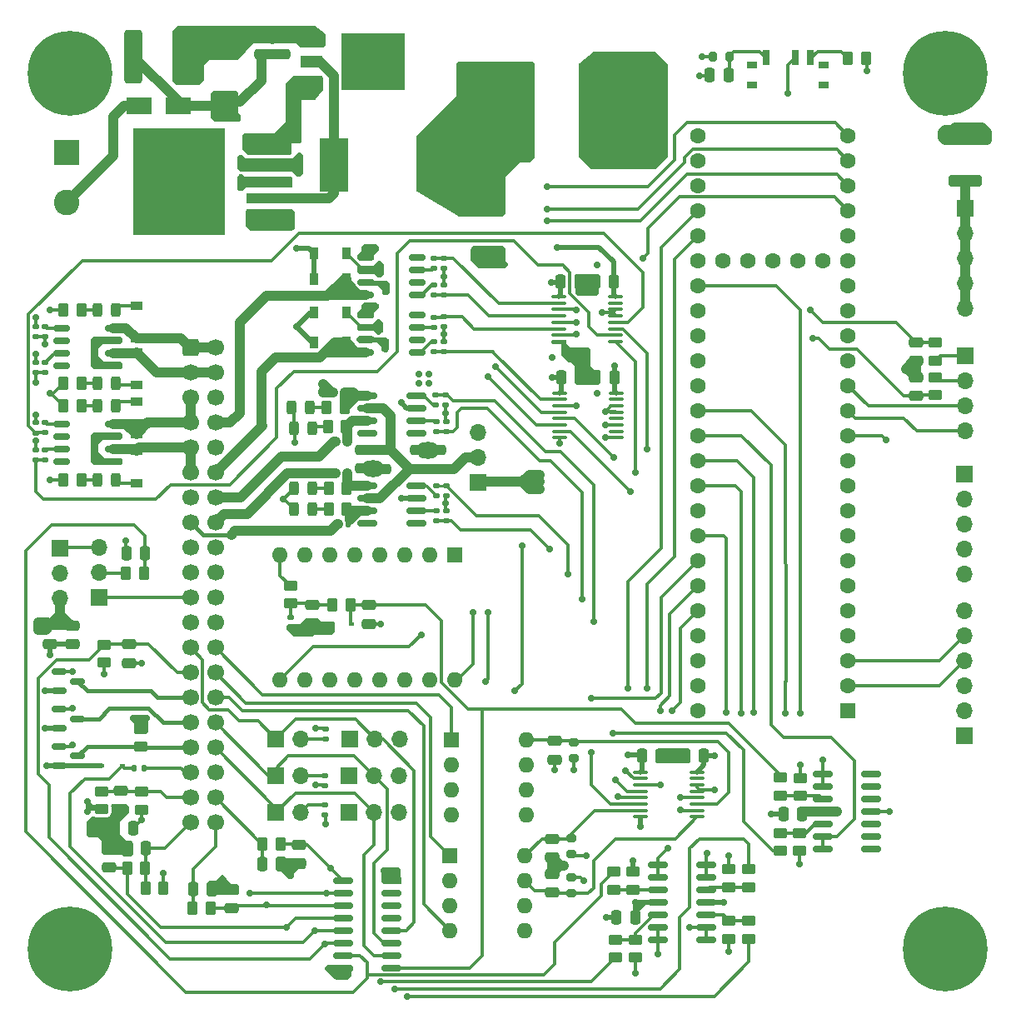
<source format=gtl>
G04 #@! TF.GenerationSoftware,KiCad,Pcbnew,(6.0.10)*
G04 #@! TF.CreationDate,2023-01-06T16:52:40+01:00*
G04 #@! TF.ProjectId,perfectV2.1v0,70657266-6563-4745-9632-2e3176302e6b,5*
G04 #@! TF.SameCoordinates,Original*
G04 #@! TF.FileFunction,Copper,L1,Top*
G04 #@! TF.FilePolarity,Positive*
%FSLAX46Y46*%
G04 Gerber Fmt 4.6, Leading zero omitted, Abs format (unit mm)*
G04 Created by KiCad (PCBNEW (6.0.10)) date 2023-01-06 16:52:40*
%MOMM*%
%LPD*%
G01*
G04 APERTURE LIST*
G04 Aperture macros list*
%AMRoundRect*
0 Rectangle with rounded corners*
0 $1 Rounding radius*
0 $2 $3 $4 $5 $6 $7 $8 $9 X,Y pos of 4 corners*
0 Add a 4 corners polygon primitive as box body*
4,1,4,$2,$3,$4,$5,$6,$7,$8,$9,$2,$3,0*
0 Add four circle primitives for the rounded corners*
1,1,$1+$1,$2,$3*
1,1,$1+$1,$4,$5*
1,1,$1+$1,$6,$7*
1,1,$1+$1,$8,$9*
0 Add four rect primitives between the rounded corners*
20,1,$1+$1,$2,$3,$4,$5,0*
20,1,$1+$1,$4,$5,$6,$7,0*
20,1,$1+$1,$6,$7,$8,$9,0*
20,1,$1+$1,$8,$9,$2,$3,0*%
G04 Aperture macros list end*
G04 #@! TA.AperFunction,ComponentPad*
%ADD10O,1.600000X1.600000*%
G04 #@! TD*
G04 #@! TA.AperFunction,ComponentPad*
%ADD11R,1.600000X1.600000*%
G04 #@! TD*
G04 #@! TA.AperFunction,ComponentPad*
%ADD12C,1.700000*%
G04 #@! TD*
G04 #@! TA.AperFunction,ComponentPad*
%ADD13RoundRect,0.250000X-0.600000X-0.600000X0.600000X-0.600000X0.600000X0.600000X-0.600000X0.600000X0*%
G04 #@! TD*
G04 #@! TA.AperFunction,SMDPad,CuDef*
%ADD14RoundRect,0.243750X0.243750X0.456250X-0.243750X0.456250X-0.243750X-0.456250X0.243750X-0.456250X0*%
G04 #@! TD*
G04 #@! TA.AperFunction,SMDPad,CuDef*
%ADD15RoundRect,0.250000X-0.475000X0.250000X-0.475000X-0.250000X0.475000X-0.250000X0.475000X0.250000X0*%
G04 #@! TD*
G04 #@! TA.AperFunction,SMDPad,CuDef*
%ADD16R,2.200000X1.200000*%
G04 #@! TD*
G04 #@! TA.AperFunction,SMDPad,CuDef*
%ADD17R,6.400000X5.800000*%
G04 #@! TD*
G04 #@! TA.AperFunction,ComponentPad*
%ADD18R,1.700000X1.700000*%
G04 #@! TD*
G04 #@! TA.AperFunction,ComponentPad*
%ADD19O,1.700000X1.700000*%
G04 #@! TD*
G04 #@! TA.AperFunction,SMDPad,CuDef*
%ADD20R,0.900000X1.200000*%
G04 #@! TD*
G04 #@! TA.AperFunction,SMDPad,CuDef*
%ADD21RoundRect,0.135000X-0.185000X0.135000X-0.185000X-0.135000X0.185000X-0.135000X0.185000X0.135000X0*%
G04 #@! TD*
G04 #@! TA.AperFunction,ComponentPad*
%ADD22C,1.600000*%
G04 #@! TD*
G04 #@! TA.AperFunction,SMDPad,CuDef*
%ADD23RoundRect,0.150000X0.825000X0.150000X-0.825000X0.150000X-0.825000X-0.150000X0.825000X-0.150000X0*%
G04 #@! TD*
G04 #@! TA.AperFunction,SMDPad,CuDef*
%ADD24RoundRect,0.250000X0.475000X-0.250000X0.475000X0.250000X-0.475000X0.250000X-0.475000X-0.250000X0*%
G04 #@! TD*
G04 #@! TA.AperFunction,SMDPad,CuDef*
%ADD25RoundRect,0.250000X0.262500X0.450000X-0.262500X0.450000X-0.262500X-0.450000X0.262500X-0.450000X0*%
G04 #@! TD*
G04 #@! TA.AperFunction,ComponentPad*
%ADD26R,2.600000X2.600000*%
G04 #@! TD*
G04 #@! TA.AperFunction,ComponentPad*
%ADD27C,2.600000*%
G04 #@! TD*
G04 #@! TA.AperFunction,SMDPad,CuDef*
%ADD28RoundRect,0.243750X-0.243750X-0.456250X0.243750X-0.456250X0.243750X0.456250X-0.243750X0.456250X0*%
G04 #@! TD*
G04 #@! TA.AperFunction,SMDPad,CuDef*
%ADD29RoundRect,0.100000X-0.637500X-0.100000X0.637500X-0.100000X0.637500X0.100000X-0.637500X0.100000X0*%
G04 #@! TD*
G04 #@! TA.AperFunction,SMDPad,CuDef*
%ADD30R,0.600000X0.450000*%
G04 #@! TD*
G04 #@! TA.AperFunction,SMDPad,CuDef*
%ADD31RoundRect,0.135000X0.185000X-0.135000X0.185000X0.135000X-0.185000X0.135000X-0.185000X-0.135000X0*%
G04 #@! TD*
G04 #@! TA.AperFunction,SMDPad,CuDef*
%ADD32RoundRect,0.200000X-0.275000X0.200000X-0.275000X-0.200000X0.275000X-0.200000X0.275000X0.200000X0*%
G04 #@! TD*
G04 #@! TA.AperFunction,SMDPad,CuDef*
%ADD33RoundRect,0.250000X0.450000X-0.262500X0.450000X0.262500X-0.450000X0.262500X-0.450000X-0.262500X0*%
G04 #@! TD*
G04 #@! TA.AperFunction,SMDPad,CuDef*
%ADD34RoundRect,0.150000X-0.825000X-0.150000X0.825000X-0.150000X0.825000X0.150000X-0.825000X0.150000X0*%
G04 #@! TD*
G04 #@! TA.AperFunction,SMDPad,CuDef*
%ADD35RoundRect,0.250000X-0.650000X-2.450000X0.650000X-2.450000X0.650000X2.450000X-0.650000X2.450000X0*%
G04 #@! TD*
G04 #@! TA.AperFunction,SMDPad,CuDef*
%ADD36RoundRect,0.250000X-0.450000X0.262500X-0.450000X-0.262500X0.450000X-0.262500X0.450000X0.262500X0*%
G04 #@! TD*
G04 #@! TA.AperFunction,SMDPad,CuDef*
%ADD37RoundRect,0.150000X-0.675000X-0.150000X0.675000X-0.150000X0.675000X0.150000X-0.675000X0.150000X0*%
G04 #@! TD*
G04 #@! TA.AperFunction,SMDPad,CuDef*
%ADD38RoundRect,0.250000X-0.250000X-0.475000X0.250000X-0.475000X0.250000X0.475000X-0.250000X0.475000X0*%
G04 #@! TD*
G04 #@! TA.AperFunction,SMDPad,CuDef*
%ADD39RoundRect,0.200000X0.200000X0.275000X-0.200000X0.275000X-0.200000X-0.275000X0.200000X-0.275000X0*%
G04 #@! TD*
G04 #@! TA.AperFunction,SMDPad,CuDef*
%ADD40R,1.200000X0.900000*%
G04 #@! TD*
G04 #@! TA.AperFunction,SMDPad,CuDef*
%ADD41RoundRect,0.135000X-0.135000X-0.185000X0.135000X-0.185000X0.135000X0.185000X-0.135000X0.185000X0*%
G04 #@! TD*
G04 #@! TA.AperFunction,ComponentPad*
%ADD42C,8.600000*%
G04 #@! TD*
G04 #@! TA.AperFunction,SMDPad,CuDef*
%ADD43R,2.900000X5.400000*%
G04 #@! TD*
G04 #@! TA.AperFunction,SMDPad,CuDef*
%ADD44RoundRect,0.250000X-0.262500X-0.450000X0.262500X-0.450000X0.262500X0.450000X-0.262500X0.450000X0*%
G04 #@! TD*
G04 #@! TA.AperFunction,SMDPad,CuDef*
%ADD45RoundRect,0.135000X0.135000X0.185000X-0.135000X0.185000X-0.135000X-0.185000X0.135000X-0.185000X0*%
G04 #@! TD*
G04 #@! TA.AperFunction,SMDPad,CuDef*
%ADD46RoundRect,0.250000X0.250000X0.475000X-0.250000X0.475000X-0.250000X-0.475000X0.250000X-0.475000X0*%
G04 #@! TD*
G04 #@! TA.AperFunction,SMDPad,CuDef*
%ADD47RoundRect,0.250000X-1.450000X0.312500X-1.450000X-0.312500X1.450000X-0.312500X1.450000X0.312500X0*%
G04 #@! TD*
G04 #@! TA.AperFunction,SMDPad,CuDef*
%ADD48RoundRect,0.250000X1.025000X-0.787500X1.025000X0.787500X-1.025000X0.787500X-1.025000X-0.787500X0*%
G04 #@! TD*
G04 #@! TA.AperFunction,SMDPad,CuDef*
%ADD49R,2.500000X1.800000*%
G04 #@! TD*
G04 #@! TA.AperFunction,SMDPad,CuDef*
%ADD50RoundRect,0.249998X-3.650002X-4.550002X3.650002X-4.550002X3.650002X4.550002X-3.650002X4.550002X0*%
G04 #@! TD*
G04 #@! TA.AperFunction,SMDPad,CuDef*
%ADD51R,4.600000X1.100000*%
G04 #@! TD*
G04 #@! TA.AperFunction,SMDPad,CuDef*
%ADD52R,9.400000X10.800000*%
G04 #@! TD*
G04 #@! TA.AperFunction,SMDPad,CuDef*
%ADD53R,0.700000X1.500000*%
G04 #@! TD*
G04 #@! TA.AperFunction,SMDPad,CuDef*
%ADD54R,1.000000X0.800000*%
G04 #@! TD*
G04 #@! TA.AperFunction,SMDPad,CuDef*
%ADD55RoundRect,0.150000X-0.587500X-0.150000X0.587500X-0.150000X0.587500X0.150000X-0.587500X0.150000X0*%
G04 #@! TD*
G04 #@! TA.AperFunction,SMDPad,CuDef*
%ADD56RoundRect,0.150000X0.675000X0.150000X-0.675000X0.150000X-0.675000X-0.150000X0.675000X-0.150000X0*%
G04 #@! TD*
G04 #@! TA.AperFunction,SMDPad,CuDef*
%ADD57RoundRect,0.200000X0.275000X-0.200000X0.275000X0.200000X-0.275000X0.200000X-0.275000X-0.200000X0*%
G04 #@! TD*
G04 #@! TA.AperFunction,SMDPad,CuDef*
%ADD58RoundRect,0.250000X1.450000X-0.312500X1.450000X0.312500X-1.450000X0.312500X-1.450000X-0.312500X0*%
G04 #@! TD*
G04 #@! TA.AperFunction,ViaPad*
%ADD59C,0.700000*%
G04 #@! TD*
G04 #@! TA.AperFunction,Conductor*
%ADD60C,0.300000*%
G04 #@! TD*
G04 #@! TA.AperFunction,Conductor*
%ADD61C,0.250000*%
G04 #@! TD*
G04 #@! TA.AperFunction,Conductor*
%ADD62C,0.500000*%
G04 #@! TD*
G04 #@! TA.AperFunction,Conductor*
%ADD63C,1.000000*%
G04 #@! TD*
G04 #@! TA.AperFunction,Conductor*
%ADD64C,0.400000*%
G04 #@! TD*
G04 #@! TA.AperFunction,Conductor*
%ADD65C,0.425000*%
G04 #@! TD*
G04 APERTURE END LIST*
D10*
X92140000Y-143860000D03*
X89600000Y-143860000D03*
X87060000Y-143860000D03*
X84520000Y-143860000D03*
X81980000Y-143860000D03*
X79440000Y-143860000D03*
X76900000Y-143860000D03*
X74360000Y-143860000D03*
X74360000Y-131160000D03*
X76900000Y-131160000D03*
X79440000Y-131160000D03*
X81980000Y-131160000D03*
X84520000Y-131160000D03*
X87060000Y-131160000D03*
X89600000Y-131160000D03*
D11*
X92140000Y-131160000D03*
D12*
X67787500Y-158380000D03*
X65247500Y-158380000D03*
X67787500Y-155840000D03*
X65247500Y-155840000D03*
X67787500Y-153300000D03*
X65247500Y-153300000D03*
X67787500Y-150760000D03*
X65247500Y-150760000D03*
X67787500Y-148220000D03*
X65247500Y-148220000D03*
X67787500Y-145680000D03*
X65247500Y-145680000D03*
X67787500Y-143140000D03*
X65247500Y-143140000D03*
X67787500Y-140600000D03*
X65247500Y-140600000D03*
X67787500Y-138060000D03*
X65247500Y-138060000D03*
X67787500Y-135520000D03*
X65247500Y-135520000D03*
X67787500Y-132980000D03*
X65247500Y-132980000D03*
X67787500Y-130440000D03*
X65247500Y-130440000D03*
X67787500Y-127900000D03*
X65247500Y-127900000D03*
X67787500Y-125360000D03*
X65247500Y-125360000D03*
X67787500Y-122820000D03*
X65247500Y-122820000D03*
X67787500Y-120280000D03*
X65247500Y-120280000D03*
X67787500Y-117740000D03*
X65247500Y-117740000D03*
X67787500Y-115200000D03*
X65247500Y-115200000D03*
X67787500Y-112660000D03*
X65247500Y-112660000D03*
X67787500Y-110120000D03*
D13*
X65247500Y-110120000D03*
D14*
X57687500Y-123500000D03*
X55812500Y-123500000D03*
D15*
X76250000Y-160600000D03*
X76250000Y-162500000D03*
D16*
X77550000Y-78720000D03*
X77550000Y-81000000D03*
X77550000Y-83280000D03*
D17*
X83850000Y-81000000D03*
D18*
X81475000Y-149850000D03*
D19*
X84015000Y-149850000D03*
X86555000Y-149850000D03*
D20*
X77800000Y-109600000D03*
X81100000Y-109600000D03*
D21*
X90238750Y-126645000D03*
X90238750Y-127665000D03*
D11*
X132120000Y-146975000D03*
D22*
X132120000Y-144435000D03*
X132120000Y-141895000D03*
X132120000Y-139355000D03*
X132120000Y-136815000D03*
X132120000Y-134275000D03*
X132120000Y-131735000D03*
X132120000Y-129195000D03*
X132120000Y-126655000D03*
X132120000Y-124115000D03*
X132120000Y-121575000D03*
X132120000Y-119035000D03*
X132120000Y-116495000D03*
X132120000Y-113955000D03*
X132120000Y-111415000D03*
X132120000Y-108875000D03*
X132120000Y-106335000D03*
X132120000Y-103795000D03*
X132120000Y-101255000D03*
X132120000Y-98715000D03*
X132120000Y-96175000D03*
X132120000Y-93635000D03*
X132120000Y-91095000D03*
X132120000Y-88555000D03*
X116880000Y-88555000D03*
X116880000Y-91095000D03*
X116880000Y-93635000D03*
X116880000Y-96175000D03*
X116880000Y-98715000D03*
X116880000Y-101255000D03*
X116880000Y-103795000D03*
X116880000Y-106335000D03*
X116880000Y-108875000D03*
X116880000Y-111415000D03*
X116880000Y-113955000D03*
X116880000Y-116495000D03*
X116880000Y-119035000D03*
X116880000Y-121575000D03*
X116880000Y-124115000D03*
X116880000Y-126655000D03*
X116880000Y-129195000D03*
X116880000Y-131735000D03*
X116880000Y-134275000D03*
X116880000Y-136815000D03*
X116880000Y-139355000D03*
X116880000Y-141895000D03*
X116880000Y-144435000D03*
X116880000Y-146975000D03*
X129580000Y-101255000D03*
X127040000Y-101255000D03*
X124500000Y-101255000D03*
X121960000Y-101255000D03*
X119420000Y-101255000D03*
D23*
X88213750Y-118760000D03*
X88213750Y-117490000D03*
X88213750Y-116220000D03*
X88213750Y-114950000D03*
X83263750Y-114950000D03*
X83263750Y-116220000D03*
X83263750Y-117490000D03*
X83263750Y-118760000D03*
D24*
X51000000Y-140200000D03*
X51000000Y-138300000D03*
D18*
X73920000Y-153600000D03*
D19*
X76460000Y-153600000D03*
D25*
X54162500Y-123500000D03*
X52337500Y-123500000D03*
D26*
X52645000Y-90250000D03*
D27*
X52645000Y-95330000D03*
D28*
X75801250Y-118300000D03*
X77676250Y-118300000D03*
D29*
X108462500Y-104925000D03*
X108462500Y-105575000D03*
X108462500Y-106225000D03*
X108462500Y-106875000D03*
X108462500Y-107525000D03*
X108462500Y-108175000D03*
X108462500Y-108825000D03*
X108462500Y-109475000D03*
X102737500Y-109475000D03*
X102737500Y-108825000D03*
X102737500Y-108175000D03*
X102737500Y-107525000D03*
X102737500Y-106875000D03*
X102737500Y-106225000D03*
X102737500Y-105575000D03*
X102737500Y-104925000D03*
D30*
X81650000Y-138200000D03*
X79550000Y-138200000D03*
D24*
X102250000Y-151950000D03*
X102250000Y-150050000D03*
D14*
X57687500Y-106250000D03*
X55812500Y-106250000D03*
D31*
X49500000Y-118760000D03*
X49500000Y-117740000D03*
D18*
X143900000Y-149550000D03*
D19*
X143900000Y-147010000D03*
X143900000Y-144470000D03*
X143900000Y-141930000D03*
X143900000Y-139390000D03*
X143900000Y-136850000D03*
D32*
X104250000Y-150175000D03*
X104250000Y-151825000D03*
D25*
X80901250Y-116155000D03*
X79076250Y-116155000D03*
D33*
X110500000Y-172075000D03*
X110500000Y-170250000D03*
D34*
X117725000Y-162690000D03*
X117725000Y-163960000D03*
X117725000Y-165230000D03*
X117725000Y-166500000D03*
X117725000Y-167770000D03*
X117725000Y-169040000D03*
X117725000Y-170310000D03*
X112775000Y-170310000D03*
X112775000Y-169040000D03*
X112775000Y-167770000D03*
X112775000Y-166500000D03*
X112775000Y-165230000D03*
X112775000Y-163960000D03*
X112775000Y-162690000D03*
D31*
X90238750Y-125165000D03*
X90238750Y-124145000D03*
D25*
X79326250Y-126525000D03*
X81151250Y-126525000D03*
D35*
X64550000Y-80500000D03*
X59450000Y-80500000D03*
D36*
X120000000Y-163087500D03*
X120000000Y-164912500D03*
X127250000Y-153837500D03*
X127250000Y-155662500D03*
D33*
X60250000Y-157062500D03*
X60250000Y-155237500D03*
D37*
X52125000Y-108095000D03*
X52125000Y-109365000D03*
X52125000Y-110635000D03*
X52125000Y-111905000D03*
X57375000Y-111905000D03*
X57375000Y-110635000D03*
X57375000Y-109365000D03*
X57375000Y-108095000D03*
D38*
X58750000Y-131000000D03*
X60650000Y-131000000D03*
D15*
X83400000Y-136250000D03*
X83400000Y-138150000D03*
D39*
X120050000Y-80500000D03*
X118400000Y-80500000D03*
D38*
X72550000Y-162550000D03*
X74450000Y-162550000D03*
D18*
X73915000Y-157350000D03*
D19*
X76455000Y-157350000D03*
D40*
X59750000Y-109150000D03*
X59750000Y-105850000D03*
D31*
X49500000Y-109010000D03*
X49500000Y-107990000D03*
X91238750Y-118665000D03*
X91238750Y-117645000D03*
D21*
X90238750Y-117645000D03*
X90238750Y-118665000D03*
D31*
X91000000Y-102010000D03*
X91000000Y-100990000D03*
D36*
X122000000Y-168337500D03*
X122000000Y-170162500D03*
D41*
X79978750Y-119655000D03*
X80998750Y-119655000D03*
D34*
X80775000Y-164255000D03*
X80775000Y-165525000D03*
X80775000Y-166795000D03*
X80775000Y-168065000D03*
X80775000Y-169335000D03*
X80775000Y-170605000D03*
X80775000Y-171875000D03*
X80775000Y-173145000D03*
X85725000Y-173145000D03*
X85725000Y-171875000D03*
X85725000Y-170605000D03*
X85725000Y-169335000D03*
X85725000Y-168065000D03*
X85725000Y-166795000D03*
X85725000Y-165525000D03*
X85725000Y-164255000D03*
D25*
X54162500Y-116000000D03*
X52337500Y-116000000D03*
D31*
X91000000Y-108000000D03*
X91000000Y-106980000D03*
D11*
X91750000Y-149950000D03*
D10*
X91750000Y-152490000D03*
X91750000Y-155030000D03*
X91750000Y-157570000D03*
X99370000Y-157570000D03*
X99370000Y-155030000D03*
X99370000Y-152490000D03*
X99370000Y-149950000D03*
D31*
X91238750Y-125165000D03*
X91238750Y-124145000D03*
X90200000Y-115910000D03*
X90200000Y-114890000D03*
D14*
X57687500Y-113750000D03*
X55812500Y-113750000D03*
D31*
X78975000Y-149860000D03*
X78975000Y-148840000D03*
D28*
X75801250Y-124405000D03*
X77676250Y-124405000D03*
D25*
X74412500Y-160550000D03*
X72587500Y-160550000D03*
D31*
X91000000Y-104760000D03*
X91000000Y-103740000D03*
D18*
X56000000Y-135500000D03*
D19*
X56000000Y-132960000D03*
X56000000Y-130420000D03*
D31*
X91200000Y-115910000D03*
X91200000Y-114890000D03*
D42*
X53000000Y-171250000D03*
D43*
X89742500Y-91500000D03*
X79842500Y-91500000D03*
D44*
X132087500Y-80700000D03*
X133912500Y-80700000D03*
D45*
X60550000Y-152800000D03*
X59530000Y-152800000D03*
D21*
X50500000Y-111590000D03*
X50500000Y-112610000D03*
D24*
X82688750Y-122355000D03*
X82688750Y-120455000D03*
D40*
X59750000Y-118900000D03*
X59750000Y-115600000D03*
D20*
X77800000Y-103100000D03*
X81100000Y-103100000D03*
D25*
X81512500Y-136200000D03*
X79687500Y-136200000D03*
D11*
X91650000Y-161700000D03*
D10*
X91650000Y-164240000D03*
X91650000Y-166780000D03*
X91650000Y-169320000D03*
X99270000Y-169320000D03*
X99270000Y-166780000D03*
X99270000Y-164240000D03*
X99270000Y-161700000D03*
D46*
X127450000Y-157500000D03*
X125550000Y-157500000D03*
D21*
X49500000Y-111590000D03*
X49500000Y-112610000D03*
D30*
X58300000Y-152600000D03*
X56200000Y-152600000D03*
D47*
X144000000Y-88862500D03*
X144000000Y-93137500D03*
D33*
X120000000Y-170162500D03*
X120000000Y-168337500D03*
D21*
X50500000Y-117730000D03*
X50500000Y-118750000D03*
D38*
X111150000Y-151600000D03*
X113050000Y-151600000D03*
D23*
X83263750Y-127960000D03*
X83263750Y-126690000D03*
X83263750Y-125420000D03*
X83263750Y-124150000D03*
X88213750Y-124150000D03*
X88213750Y-125420000D03*
X88213750Y-126690000D03*
X88213750Y-127960000D03*
D18*
X81365000Y-153600000D03*
D19*
X83905000Y-153600000D03*
X86445000Y-153600000D03*
D48*
X68705000Y-78887500D03*
X68705000Y-85112500D03*
D21*
X50500000Y-107980000D03*
X50500000Y-109000000D03*
D28*
X75551250Y-116155000D03*
X77426250Y-116155000D03*
D49*
X64000000Y-85500000D03*
X60000000Y-85500000D03*
D33*
X56500000Y-142112500D03*
X56500000Y-140287500D03*
D46*
X59450000Y-158900000D03*
X57550000Y-158900000D03*
D44*
X58837500Y-163000000D03*
X60662500Y-163000000D03*
D42*
X142000000Y-82250000D03*
D33*
X108250000Y-165162500D03*
X108250000Y-163337500D03*
D36*
X125200000Y-159425000D03*
X125200000Y-161250000D03*
D24*
X84888750Y-122405000D03*
X84888750Y-120505000D03*
D21*
X90000000Y-109480000D03*
X90000000Y-110500000D03*
D40*
X59750000Y-120600000D03*
X59750000Y-123900000D03*
D41*
X79728750Y-114655000D03*
X80748750Y-114655000D03*
D31*
X90000000Y-102010000D03*
X90000000Y-100990000D03*
D36*
X110250000Y-163337500D03*
X110250000Y-165162500D03*
D15*
X88288750Y-120505000D03*
X88288750Y-122405000D03*
D24*
X69400000Y-165150000D03*
X69400000Y-167050000D03*
D25*
X54162500Y-113750000D03*
X52337500Y-113750000D03*
D33*
X122000000Y-164912500D03*
X122000000Y-163087500D03*
D15*
X77600000Y-136250000D03*
X77600000Y-138150000D03*
D25*
X79326250Y-124405000D03*
X81151250Y-124405000D03*
D24*
X74705000Y-80250000D03*
X74705000Y-78350000D03*
D15*
X102000000Y-165450000D03*
X102000000Y-163550000D03*
D50*
X96292500Y-86000000D03*
X108792500Y-86000000D03*
D15*
X58200000Y-155150000D03*
X58200000Y-157050000D03*
D31*
X91238750Y-127665000D03*
X91238750Y-126645000D03*
X75400000Y-138510000D03*
X75400000Y-137490000D03*
D46*
X117450000Y-151600000D03*
X115550000Y-151600000D03*
D33*
X60200000Y-150662500D03*
X60200000Y-148837500D03*
D46*
X119950000Y-82400000D03*
X118050000Y-82400000D03*
D20*
X77800000Y-106500000D03*
X81100000Y-106500000D03*
D36*
X141000000Y-113087500D03*
X141000000Y-114912500D03*
D38*
X102877500Y-103350000D03*
X104777500Y-103350000D03*
D24*
X57000000Y-162950000D03*
X57000000Y-161050000D03*
D51*
X73275000Y-96650000D03*
X73275000Y-94950000D03*
X73275000Y-93250000D03*
X73275000Y-91550000D03*
X73275000Y-89850000D03*
D52*
X64125000Y-93250000D03*
D53*
X123750000Y-80650000D03*
X126750000Y-80650000D03*
X128250000Y-80650000D03*
D54*
X122350000Y-81350000D03*
X122350000Y-83450000D03*
X129650000Y-83450000D03*
X129650000Y-81350000D03*
D36*
X108500000Y-170250000D03*
X108500000Y-172075000D03*
D32*
X104000000Y-159925000D03*
X104000000Y-161575000D03*
D55*
X51925000Y-150650000D03*
X51925000Y-152550000D03*
X53800000Y-151600000D03*
D38*
X65500000Y-165100000D03*
X67400000Y-165100000D03*
D18*
X144000000Y-95925000D03*
D19*
X144000000Y-98465000D03*
X144000000Y-101005000D03*
X144000000Y-103545000D03*
X144000000Y-106085000D03*
D46*
X60700000Y-161000000D03*
X58800000Y-161000000D03*
D18*
X73950000Y-149850000D03*
D19*
X76490000Y-149850000D03*
D33*
X127200000Y-161250000D03*
X127200000Y-159425000D03*
D28*
X75801250Y-126525000D03*
X77676250Y-126525000D03*
D15*
X139000000Y-109550000D03*
X139000000Y-111450000D03*
D25*
X67312500Y-167100000D03*
X65487500Y-167100000D03*
D56*
X88325000Y-104705000D03*
X88325000Y-103435000D03*
X88325000Y-102165000D03*
X88325000Y-100895000D03*
X83075000Y-100895000D03*
X83075000Y-102165000D03*
X83075000Y-103435000D03*
X83075000Y-104705000D03*
D14*
X57687500Y-116000000D03*
X55812500Y-116000000D03*
D56*
X88325000Y-110555000D03*
X88325000Y-109285000D03*
X88325000Y-108015000D03*
X88325000Y-106745000D03*
X83075000Y-106745000D03*
X83075000Y-108015000D03*
X83075000Y-109285000D03*
X83075000Y-110555000D03*
D44*
X58687500Y-133000000D03*
X60512500Y-133000000D03*
D21*
X78945000Y-153590000D03*
X78945000Y-154610000D03*
D18*
X144000000Y-110960000D03*
D19*
X144000000Y-113500000D03*
X144000000Y-116040000D03*
X144000000Y-118580000D03*
D21*
X50500000Y-120490000D03*
X50500000Y-121510000D03*
D31*
X90000000Y-108010000D03*
X90000000Y-106990000D03*
D24*
X72455000Y-80250000D03*
X72455000Y-78350000D03*
D41*
X80228750Y-128025000D03*
X81248750Y-128025000D03*
D21*
X49500000Y-121510000D03*
X49500000Y-120490000D03*
D24*
X102000000Y-161900000D03*
X102000000Y-160000000D03*
D42*
X53000000Y-82250000D03*
D20*
X77800000Y-100500000D03*
X81100000Y-100500000D03*
D15*
X90488750Y-120505000D03*
X90488750Y-122405000D03*
D57*
X104000000Y-165575000D03*
X104000000Y-163925000D03*
D29*
X102810000Y-114695000D03*
X102810000Y-115345000D03*
X102810000Y-115995000D03*
X102810000Y-116645000D03*
X102810000Y-117295000D03*
X102810000Y-117945000D03*
X102810000Y-118595000D03*
X102810000Y-119245000D03*
X108535000Y-119245000D03*
X108535000Y-118595000D03*
X108535000Y-117945000D03*
X108535000Y-117295000D03*
X108535000Y-116645000D03*
X108535000Y-115995000D03*
X108535000Y-115345000D03*
X108535000Y-114695000D03*
D34*
X129525000Y-153440000D03*
X129525000Y-154710000D03*
X129525000Y-155980000D03*
X129525000Y-157250000D03*
X129525000Y-158520000D03*
X129525000Y-159790000D03*
X129525000Y-161060000D03*
X134475000Y-161060000D03*
X134475000Y-159790000D03*
X134475000Y-158520000D03*
X134475000Y-157250000D03*
X134475000Y-155980000D03*
X134475000Y-154710000D03*
X134475000Y-153440000D03*
D18*
X52025000Y-130525000D03*
D19*
X52025000Y-133065000D03*
X52025000Y-135605000D03*
D25*
X54162500Y-106250000D03*
X52337500Y-106250000D03*
D18*
X81400000Y-157350000D03*
D19*
X83940000Y-157350000D03*
X86480000Y-157350000D03*
D44*
X60687500Y-165000000D03*
X62512500Y-165000000D03*
D24*
X139000000Y-115000000D03*
X139000000Y-113100000D03*
D29*
X111037500Y-153225000D03*
X111037500Y-153875000D03*
X111037500Y-154525000D03*
X111037500Y-155175000D03*
X111037500Y-155825000D03*
X111037500Y-156475000D03*
X111037500Y-157125000D03*
X111037500Y-157775000D03*
X116762500Y-157775000D03*
X116762500Y-157125000D03*
X116762500Y-156475000D03*
X116762500Y-155825000D03*
X116762500Y-155175000D03*
X116762500Y-154525000D03*
X116762500Y-153875000D03*
X116762500Y-153225000D03*
D36*
X56200000Y-155187500D03*
X56200000Y-157012500D03*
D24*
X53250000Y-140250000D03*
X53250000Y-138350000D03*
D46*
X108277500Y-103350000D03*
X106377500Y-103350000D03*
D42*
X142000000Y-171250000D03*
D33*
X125250000Y-155612500D03*
X125250000Y-153787500D03*
D18*
X94488750Y-123780000D03*
D19*
X94488750Y-121240000D03*
X94488750Y-118700000D03*
D21*
X78940000Y-156590000D03*
X78940000Y-157610000D03*
D31*
X91000000Y-110510000D03*
X91000000Y-109490000D03*
D36*
X141000000Y-109587500D03*
X141000000Y-111412500D03*
D40*
X59750000Y-110600000D03*
X59750000Y-113900000D03*
D46*
X108350000Y-113100000D03*
X106450000Y-113100000D03*
D58*
X95500000Y-100387500D03*
X95500000Y-96112500D03*
D55*
X51862500Y-143050000D03*
X51862500Y-144950000D03*
X53737500Y-144000000D03*
D37*
X52125000Y-117845000D03*
X52125000Y-119115000D03*
X52125000Y-120385000D03*
X52125000Y-121655000D03*
X57375000Y-121655000D03*
X57375000Y-120385000D03*
X57375000Y-119115000D03*
X57375000Y-117845000D03*
D33*
X75400000Y-136112500D03*
X75400000Y-134287500D03*
D55*
X51862500Y-146850000D03*
X51862500Y-148750000D03*
X53737500Y-147800000D03*
D41*
X79978750Y-122905000D03*
X80998750Y-122905000D03*
D15*
X59000000Y-140250000D03*
X59000000Y-142150000D03*
D18*
X143900000Y-122925000D03*
D19*
X143900000Y-125465000D03*
X143900000Y-128005000D03*
X143900000Y-130545000D03*
X143900000Y-133085000D03*
D46*
X110450000Y-168000000D03*
X108550000Y-168000000D03*
D21*
X90000000Y-103740000D03*
X90000000Y-104760000D03*
D38*
X102950000Y-113100000D03*
X104850000Y-113100000D03*
D25*
X81051250Y-118155000D03*
X79226250Y-118155000D03*
D59*
X91000000Y-108700000D03*
X91200000Y-125900000D03*
X104300000Y-111250000D03*
X83000000Y-105900000D03*
X113250000Y-86750000D03*
X85100000Y-103650000D03*
X107500000Y-168000000D03*
X55500000Y-121600000D03*
X120000000Y-171500000D03*
X49500000Y-119600000D03*
X55500000Y-109350000D03*
X86700000Y-115700000D03*
X107100000Y-106500000D03*
X72200000Y-88700000D03*
X56200000Y-159500000D03*
X75900000Y-82900000D03*
X74400000Y-88700000D03*
X107400000Y-116600000D03*
X66000000Y-80800000D03*
X68500000Y-164100000D03*
X107250000Y-91500000D03*
X55100000Y-159500000D03*
X80100000Y-173900000D03*
X136300000Y-157250000D03*
X91000000Y-102900000D03*
X81200000Y-173900000D03*
X110000000Y-80500000D03*
X106250000Y-80500000D03*
X66000000Y-83000000D03*
X70400000Y-93800000D03*
X111000000Y-91500000D03*
X55500000Y-119100000D03*
X114350000Y-152000000D03*
X79400000Y-138900000D03*
X49500000Y-110750000D03*
X75400000Y-163700000D03*
X113250000Y-81750000D03*
X102250000Y-153000000D03*
X112250000Y-91500000D03*
X69700000Y-80500000D03*
X50500000Y-148800000D03*
X120000000Y-161750000D03*
X104250000Y-110450000D03*
X106000000Y-91500000D03*
X107500000Y-80500000D03*
X117000000Y-82500000D03*
X110500000Y-173662500D03*
X110250000Y-162250000D03*
X76000000Y-84300000D03*
X84000000Y-105900000D03*
X127250000Y-152500000D03*
X70600000Y-78300000D03*
X104750000Y-104450000D03*
X75900000Y-78800000D03*
X55500000Y-110550000D03*
X79300000Y-173200000D03*
X113250000Y-84250000D03*
X119500000Y-166500000D03*
X85050000Y-109450000D03*
X138000000Y-112250000D03*
X109750000Y-91500000D03*
X75838750Y-119700000D03*
X51000000Y-141300000D03*
X91200000Y-116800000D03*
X108500000Y-91500000D03*
X75900000Y-78000000D03*
X84600000Y-138200000D03*
X86700000Y-125400000D03*
X113250000Y-83000000D03*
X84000000Y-100000000D03*
X89400000Y-121050000D03*
X60300000Y-142200000D03*
X124250000Y-157500000D03*
X49500000Y-116900000D03*
X83800000Y-122950000D03*
X58700000Y-129700000D03*
X70400000Y-92900000D03*
X105600000Y-110450000D03*
X55100000Y-158400000D03*
X118500000Y-155000000D03*
X77600000Y-84500000D03*
X70600000Y-79500000D03*
X114300000Y-151150000D03*
X103250000Y-162750000D03*
X105600000Y-111300000D03*
X55500000Y-120300000D03*
X83800000Y-121850000D03*
X113250000Y-88000000D03*
X66000000Y-78500000D03*
X112500000Y-80500000D03*
X113250000Y-90500000D03*
X89400000Y-119950000D03*
X56200000Y-158400000D03*
X111250000Y-80500000D03*
X73600000Y-78900000D03*
X75900000Y-139100000D03*
X66000000Y-79700000D03*
X49500000Y-107000000D03*
X85100000Y-104400000D03*
X70900000Y-88700000D03*
X55500000Y-111850000D03*
X113250000Y-89250000D03*
X68000000Y-80500000D03*
X107400000Y-119250000D03*
X50600000Y-152600000D03*
X50500000Y-145000000D03*
X127200000Y-162575000D03*
X73200000Y-88700000D03*
X77400000Y-139100000D03*
X75500000Y-88700000D03*
X85050000Y-110200000D03*
X107400000Y-117950000D03*
X106400000Y-104450000D03*
X108750000Y-80500000D03*
X74638750Y-125455000D03*
X73600000Y-77800000D03*
X111000000Y-158750000D03*
X66000000Y-81900000D03*
X102800000Y-119850000D03*
X113250000Y-85500000D03*
X105550000Y-104450000D03*
X83000000Y-100000000D03*
X88500000Y-112750000D03*
X88500000Y-113750000D03*
X60750000Y-147750000D03*
X76000000Y-100000000D03*
X59500000Y-147750000D03*
X76000000Y-108000000D03*
X51000000Y-106250000D03*
X89500000Y-113750000D03*
X89500000Y-112750000D03*
X51000000Y-123500000D03*
X51000000Y-114750000D03*
X101500000Y-97250000D03*
X88750000Y-139250000D03*
X95250000Y-144000000D03*
X95500000Y-137000000D03*
X101500000Y-96000000D03*
X94000000Y-137000000D03*
X101500000Y-93750000D03*
X74200000Y-97800000D03*
X71400000Y-97800000D03*
X75500000Y-97800000D03*
X72800000Y-97800000D03*
X67900000Y-86700000D03*
X68900000Y-86700000D03*
X70000000Y-86700000D03*
X91750000Y-93250000D03*
X76300000Y-90700000D03*
X134000000Y-82000000D03*
X102500000Y-99900000D03*
X70400000Y-90900000D03*
X91750000Y-91500000D03*
X117250000Y-80500000D03*
X146000000Y-88000000D03*
X70400000Y-91700000D03*
X89250000Y-88250000D03*
X141750000Y-88750000D03*
X49750000Y-138750000D03*
X94750000Y-95000000D03*
X145000000Y-87750000D03*
X93250000Y-96000000D03*
X100750000Y-123000000D03*
X100750000Y-124500000D03*
X102000000Y-111100000D03*
X90000000Y-94750000D03*
X91750000Y-85750000D03*
X143000000Y-87750000D03*
X76300000Y-92300000D03*
X49750000Y-138000000D03*
X90250000Y-88250000D03*
X93500000Y-91500000D03*
X76300000Y-91500000D03*
X96500000Y-95000000D03*
X100750000Y-123750000D03*
X91750000Y-87000000D03*
X144000000Y-87750000D03*
X146250000Y-89000000D03*
X109750000Y-151500000D03*
X91750000Y-88250000D03*
X108350000Y-111900000D03*
X142000000Y-88000000D03*
X86000000Y-175250000D03*
X75000000Y-169000000D03*
X79050000Y-165500000D03*
X71250000Y-165500000D03*
X108200000Y-149250000D03*
X60250000Y-158100000D03*
X78925000Y-170675000D03*
X113000000Y-154500000D03*
X78700000Y-114600000D03*
X78700000Y-113800000D03*
X128500000Y-109125000D03*
X128250000Y-106250000D03*
X101900000Y-103500000D03*
X102000000Y-113100000D03*
X106600000Y-101700000D03*
X118500000Y-151600000D03*
X106600000Y-114700000D03*
X131000000Y-157250000D03*
X110500000Y-166500000D03*
X77915000Y-169335000D03*
X108750000Y-155750000D03*
X126000000Y-84250000D03*
X84500000Y-102600000D03*
X84500000Y-101700000D03*
X84400000Y-107600000D03*
X84400000Y-108400000D03*
X105500000Y-161750000D03*
X105250000Y-164250000D03*
X104250000Y-153000000D03*
X99000000Y-130250000D03*
X53250000Y-150500000D03*
X98250000Y-145000000D03*
X53250000Y-143000000D03*
X53250000Y-146750000D03*
X136000000Y-119500000D03*
X78000000Y-154500000D03*
X54750000Y-157250000D03*
X62500000Y-163500000D03*
X86250000Y-163250000D03*
X78000000Y-148750000D03*
X56500000Y-143250000D03*
X97000000Y-101500000D03*
X95750000Y-101500000D03*
X54750000Y-156250000D03*
X94750000Y-101500000D03*
X85000000Y-163250000D03*
X79000000Y-158500000D03*
X96250000Y-112000000D03*
X50500000Y-109750000D03*
X49500000Y-113600000D03*
X95500000Y-113000000D03*
X105085000Y-135665000D03*
X106215000Y-137965000D03*
X101735000Y-130585000D03*
X103650000Y-133150000D03*
X108250000Y-121250000D03*
X110000000Y-124750000D03*
X110500000Y-122750000D03*
X111675000Y-120425000D03*
X104500000Y-116000000D03*
X104500000Y-107500000D03*
X104500000Y-108750000D03*
X104500000Y-106250000D03*
X111250000Y-101000000D03*
X109700000Y-144700000D03*
X108500000Y-154000000D03*
X109500000Y-153061396D03*
X111700000Y-144700000D03*
X129525000Y-151975000D03*
X127250000Y-147250000D03*
X117750000Y-161500000D03*
X125750000Y-147250000D03*
X116000000Y-169027478D03*
X122500000Y-147200000D03*
X112775000Y-171750000D03*
X121250000Y-147250000D03*
X113750000Y-161000000D03*
X119750000Y-147150000D03*
X106000000Y-151250000D03*
X106000000Y-145750000D03*
X115100000Y-157100000D03*
X113000000Y-147000000D03*
X114250000Y-147000000D03*
X115100000Y-155800000D03*
X87250000Y-176000000D03*
X73000000Y-166750000D03*
X84550000Y-174550000D03*
X79500000Y-163000000D03*
D60*
X91000000Y-108700000D02*
X91000000Y-109490000D01*
X91000000Y-108700000D02*
X91000000Y-108000000D01*
X88325000Y-110555000D02*
X88645000Y-110555000D01*
X88645000Y-110555000D02*
X89720000Y-109480000D01*
X89720000Y-109480000D02*
X90000000Y-109480000D01*
X91000000Y-110510000D02*
X90010000Y-110510000D01*
X96010000Y-110510000D02*
X96050000Y-110550000D01*
X91000000Y-110510000D02*
X96010000Y-110510000D01*
X96050000Y-110550000D02*
X100845000Y-115345000D01*
X91200000Y-126606250D02*
X91238750Y-126645000D01*
X91200000Y-125900000D02*
X91200000Y-126606250D01*
X91200000Y-125203750D02*
X91238750Y-125165000D01*
X91200000Y-125900000D02*
X91200000Y-125203750D01*
D61*
X89223750Y-124150000D02*
X88213750Y-124150000D01*
X90238750Y-125165000D02*
X89223750Y-124150000D01*
X91238750Y-124145000D02*
X90238750Y-124145000D01*
X91295000Y-124145000D02*
X94300000Y-127150000D01*
D62*
X84888750Y-122405000D02*
X83395000Y-122405000D01*
D63*
X139000000Y-111450000D02*
X138800000Y-111450000D01*
D62*
X84100000Y-122100000D02*
X83500000Y-122100000D01*
D63*
X139000000Y-113100000D02*
X139000000Y-111450000D01*
D62*
X88213750Y-116220000D02*
X87220000Y-116220000D01*
X51975000Y-152600000D02*
X51925000Y-152550000D01*
D60*
X74751250Y-125455000D02*
X75801250Y-124405000D01*
X86720000Y-125420000D02*
X86700000Y-125400000D01*
D62*
X53200000Y-140200000D02*
X53250000Y-140250000D01*
D63*
X102800000Y-162750000D02*
X102000000Y-163550000D01*
D60*
X108530000Y-119250000D02*
X108535000Y-119245000D01*
X59000000Y-142150000D02*
X60250000Y-142150000D01*
D62*
X83800000Y-122950000D02*
X83283750Y-122950000D01*
X50500000Y-148800000D02*
X51812500Y-148800000D01*
D60*
X107400000Y-117950000D02*
X108530000Y-117950000D01*
D62*
X83500000Y-122650000D02*
X84150000Y-122650000D01*
X107500000Y-168000000D02*
X108550000Y-168000000D01*
D60*
X108187500Y-106500000D02*
X108462500Y-106225000D01*
D62*
X84343750Y-122950000D02*
X84888750Y-122405000D01*
D60*
X127250000Y-153837500D02*
X127250000Y-152500000D01*
X107400000Y-116600000D02*
X108490000Y-116600000D01*
X134475000Y-157250000D02*
X136300000Y-157250000D01*
D62*
X84150000Y-122150000D02*
X84100000Y-122100000D01*
D60*
X116762500Y-154762500D02*
X117000000Y-155000000D01*
X58700000Y-129700000D02*
X58700000Y-130950000D01*
D62*
X110250000Y-163337500D02*
X110250000Y-162250000D01*
X89750000Y-120200000D02*
X89150000Y-120200000D01*
D60*
X84550000Y-138150000D02*
X84600000Y-138200000D01*
D62*
X88843750Y-119950000D02*
X88288750Y-120505000D01*
X51000000Y-140200000D02*
X53200000Y-140200000D01*
X84333750Y-121850000D02*
X84888750Y-122405000D01*
D60*
X117000000Y-82500000D02*
X117950000Y-82500000D01*
X75801250Y-118155000D02*
X75801250Y-116405000D01*
D62*
X111000000Y-158750000D02*
X111000000Y-157812500D01*
X83800000Y-122950000D02*
X83800000Y-121850000D01*
D60*
X49500000Y-111590000D02*
X49500000Y-110750000D01*
X107100000Y-106500000D02*
X108187500Y-106500000D01*
X120000000Y-163087500D02*
X120000000Y-161750000D01*
X91200000Y-117606250D02*
X91238750Y-117645000D01*
D63*
X103250000Y-162750000D02*
X102800000Y-162750000D01*
D62*
X83283750Y-122950000D02*
X82688750Y-122355000D01*
D60*
X49500000Y-117740000D02*
X49500000Y-116900000D01*
X107400000Y-119250000D02*
X108530000Y-119250000D01*
D62*
X83395000Y-122405000D02*
X82738750Y-122405000D01*
X56200000Y-152600000D02*
X51975000Y-152600000D01*
X89400000Y-121050000D02*
X88833750Y-121050000D01*
D63*
X138150000Y-112250000D02*
X139000000Y-113100000D01*
X138800000Y-111450000D02*
X138000000Y-112250000D01*
D60*
X117950000Y-82500000D02*
X118050000Y-82400000D01*
D62*
X89400000Y-121050000D02*
X89943750Y-121050000D01*
D60*
X75801250Y-116405000D02*
X75551250Y-116155000D01*
D62*
X89943750Y-121050000D02*
X90488750Y-120505000D01*
X89400000Y-119950000D02*
X89933750Y-119950000D01*
X83800000Y-122950000D02*
X84343750Y-122950000D01*
D60*
X74638750Y-125455000D02*
X74751250Y-125455000D01*
D62*
X51812500Y-148800000D02*
X51862500Y-148750000D01*
D60*
X83400000Y-138150000D02*
X84550000Y-138150000D01*
D62*
X89933750Y-119950000D02*
X90488750Y-120505000D01*
D60*
X127200000Y-161250000D02*
X127200000Y-162575000D01*
D62*
X83193750Y-121850000D02*
X82688750Y-122355000D01*
D60*
X108462500Y-106775000D02*
X108187500Y-106500000D01*
X108530000Y-117950000D02*
X108535000Y-117945000D01*
D62*
X82738750Y-122405000D02*
X82688750Y-122355000D01*
D60*
X110500000Y-172075000D02*
X110500000Y-173662500D01*
X108490000Y-116600000D02*
X108535000Y-116645000D01*
X108535000Y-115995000D02*
X108005000Y-115995000D01*
X120000000Y-171500000D02*
X120000000Y-170162500D01*
D62*
X50500000Y-145000000D02*
X51812500Y-145000000D01*
D60*
X91000000Y-102010000D02*
X91000000Y-103740000D01*
X49500000Y-107990000D02*
X49500000Y-107000000D01*
D62*
X89750000Y-120750000D02*
X89750000Y-120200000D01*
D60*
X102800000Y-119255000D02*
X102810000Y-119245000D01*
X74731250Y-125455000D02*
X75801250Y-126525000D01*
D62*
X89400000Y-121050000D02*
X89400000Y-119950000D01*
D63*
X138000000Y-112250000D02*
X138150000Y-112250000D01*
D62*
X51875000Y-152600000D02*
X51925000Y-152550000D01*
D60*
X75838750Y-119700000D02*
X75838750Y-118337500D01*
D62*
X88213750Y-125420000D02*
X86720000Y-125420000D01*
D63*
X102850000Y-162750000D02*
X102000000Y-161900000D01*
D60*
X102250000Y-153000000D02*
X102250000Y-151950000D01*
X108462500Y-106875000D02*
X108462500Y-106775000D01*
D62*
X51812500Y-145000000D02*
X51862500Y-144950000D01*
X83800000Y-121850000D02*
X84333750Y-121850000D01*
D60*
X102800000Y-119850000D02*
X102800000Y-119255000D01*
X58700000Y-130950000D02*
X58750000Y-131000000D01*
D62*
X84150000Y-122650000D02*
X84150000Y-122150000D01*
X50600000Y-152600000D02*
X51875000Y-152600000D01*
D60*
X75838750Y-118192500D02*
X75801250Y-118155000D01*
D62*
X83800000Y-121850000D02*
X83193750Y-121850000D01*
D60*
X118500000Y-155000000D02*
X117000000Y-155000000D01*
D62*
X83800000Y-122950000D02*
X83500000Y-122650000D01*
X87220000Y-116220000D02*
X86700000Y-115700000D01*
X88833750Y-121050000D02*
X88288750Y-120505000D01*
X89400000Y-119950000D02*
X88843750Y-119950000D01*
X51000000Y-141300000D02*
X51000000Y-140200000D01*
D60*
X116937500Y-155000000D02*
X116762500Y-155175000D01*
D62*
X89150000Y-120200000D02*
X89100000Y-120250000D01*
D60*
X117000000Y-155000000D02*
X116937500Y-155000000D01*
D63*
X103250000Y-162750000D02*
X102850000Y-162750000D01*
D62*
X90488750Y-120505000D02*
X88288750Y-120505000D01*
D60*
X49500000Y-120490000D02*
X49500000Y-119600000D01*
D62*
X117725000Y-166500000D02*
X119500000Y-166500000D01*
D60*
X91200000Y-115910000D02*
X91200000Y-117606250D01*
X108005000Y-115995000D02*
X107400000Y-116600000D01*
X116762500Y-154525000D02*
X116762500Y-154762500D01*
X60250000Y-142150000D02*
X60300000Y-142200000D01*
D62*
X89100000Y-120750000D02*
X89750000Y-120750000D01*
X124250000Y-157500000D02*
X125550000Y-157500000D01*
D63*
X102000000Y-163550000D02*
X102000000Y-161900000D01*
X57400000Y-90575000D02*
X57400000Y-86600000D01*
D60*
X74360000Y-133247500D02*
X75400000Y-134287500D01*
D63*
X57400000Y-86600000D02*
X58500000Y-85500000D01*
X58500000Y-85500000D02*
X60000000Y-85500000D01*
D60*
X51000000Y-106250000D02*
X52337500Y-106250000D01*
D63*
X52645000Y-95330000D02*
X57400000Y-90575000D01*
D62*
X77800000Y-106500000D02*
X77500000Y-106500000D01*
X76000000Y-100000000D02*
X77300000Y-100000000D01*
X77800000Y-100500000D02*
X77800000Y-103100000D01*
D60*
X51000000Y-114750000D02*
X51087500Y-114750000D01*
X51000000Y-123500000D02*
X52337500Y-123500000D01*
X51337500Y-114750000D02*
X52337500Y-113750000D01*
D62*
X77500000Y-106500000D02*
X76000000Y-108000000D01*
X77800000Y-109600000D02*
X77600000Y-109600000D01*
D60*
X51087500Y-114750000D02*
X52337500Y-116000000D01*
D62*
X77600000Y-109600000D02*
X76000000Y-108000000D01*
D60*
X74360000Y-131160000D02*
X74360000Y-133247500D01*
X51000000Y-114750000D02*
X51337500Y-114750000D01*
D62*
X77300000Y-100000000D02*
X77800000Y-100500000D01*
D60*
X129985000Y-92485000D02*
X116015000Y-92485000D01*
X132120000Y-93635000D02*
X130985000Y-92500000D01*
X115765000Y-92485000D02*
X116015000Y-92485000D01*
X74360000Y-143860000D02*
X77720000Y-140500000D01*
X130985000Y-92500000D02*
X130000000Y-92500000D01*
X77720000Y-140500000D02*
X87500000Y-140500000D01*
X130000000Y-92500000D02*
X129985000Y-92485000D01*
X101500000Y-97250000D02*
X111000000Y-97250000D01*
X88750000Y-139250000D02*
X87500000Y-140500000D01*
X111000000Y-97250000D02*
X115765000Y-92485000D01*
X116305000Y-89945000D02*
X115500000Y-90750000D01*
X95500000Y-143750000D02*
X95250000Y-144000000D01*
X132120000Y-91095000D02*
X130970000Y-89945000D01*
X110750000Y-96000000D02*
X101500000Y-96000000D01*
X95500000Y-137000000D02*
X95500000Y-143750000D01*
X130970000Y-89945000D02*
X116305000Y-89945000D01*
X115500000Y-91250000D02*
X110750000Y-96000000D01*
X115500000Y-90750000D02*
X115500000Y-91250000D01*
X110000000Y-93750000D02*
X101500000Y-93750000D01*
X114500000Y-90750000D02*
X114500000Y-91000000D01*
X114250000Y-91250000D02*
X111750000Y-93750000D01*
X92390000Y-143860000D02*
X92140000Y-143860000D01*
X115750000Y-87250000D02*
X114500000Y-88500000D01*
X130815000Y-87250000D02*
X115750000Y-87250000D01*
X94000000Y-142250000D02*
X92390000Y-143860000D01*
X132120000Y-88555000D02*
X130815000Y-87250000D01*
X111750000Y-93750000D02*
X110000000Y-93750000D01*
X114500000Y-91000000D02*
X114250000Y-91250000D01*
X94000000Y-137000000D02*
X94000000Y-142250000D01*
X114500000Y-88500000D02*
X114500000Y-90750000D01*
D63*
X64000000Y-85050000D02*
X59450000Y-80500000D01*
X68317500Y-85500000D02*
X68705000Y-85112500D01*
X72455000Y-82945000D02*
X72455000Y-80250000D01*
X68300000Y-85500000D02*
X68317500Y-85500000D01*
X64000000Y-85500000D02*
X64000000Y-85050000D01*
X68705000Y-85112500D02*
X70287500Y-85112500D01*
X70287500Y-85112500D02*
X72455000Y-82945000D01*
X64000000Y-85500000D02*
X68300000Y-85500000D01*
X72455000Y-80250000D02*
X74705000Y-80250000D01*
D60*
X134000000Y-80787500D02*
X133912500Y-80700000D01*
D63*
X99750000Y-123000000D02*
X99000000Y-123750000D01*
D60*
X118400000Y-80500000D02*
X117250000Y-80500000D01*
D62*
X108350000Y-114510000D02*
X108535000Y-114695000D01*
X108277500Y-103350000D02*
X108277500Y-104740000D01*
D63*
X99750000Y-124500000D02*
X100750000Y-124500000D01*
D62*
X108277500Y-101422500D02*
X108300000Y-101400000D01*
D63*
X142000000Y-88000000D02*
X142750000Y-88000000D01*
X146250000Y-89000000D02*
X142000000Y-89000000D01*
X145000000Y-87750000D02*
X145750000Y-87750000D01*
X142000000Y-89000000D02*
X141750000Y-88750000D01*
X143000000Y-87750000D02*
X145000000Y-87750000D01*
X146250000Y-89000000D02*
X146250000Y-88250000D01*
X50700000Y-138000000D02*
X51000000Y-138300000D01*
D62*
X106800000Y-99900000D02*
X108300000Y-101400000D01*
D63*
X51000000Y-138300000D02*
X53200000Y-138300000D01*
X99000000Y-123750000D02*
X99750000Y-124500000D01*
X143250000Y-88000000D02*
X143000000Y-87750000D01*
D60*
X134000000Y-82000000D02*
X134000000Y-80787500D01*
D62*
X111050000Y-151500000D02*
X111150000Y-151600000D01*
D63*
X100750000Y-123750000D02*
X94518750Y-123750000D01*
D62*
X108277500Y-104740000D02*
X108462500Y-104925000D01*
D63*
X49750000Y-138750000D02*
X50550000Y-138750000D01*
X100750000Y-123000000D02*
X99750000Y-123000000D01*
X141750000Y-88250000D02*
X142000000Y-88000000D01*
X50550000Y-138750000D02*
X51000000Y-138300000D01*
X141750000Y-88750000D02*
X141750000Y-88250000D01*
X145750000Y-87750000D02*
X146000000Y-88000000D01*
D62*
X108350000Y-113100000D02*
X108350000Y-114510000D01*
D63*
X146000000Y-88000000D02*
X143250000Y-88000000D01*
X52025000Y-137275000D02*
X51000000Y-138300000D01*
D62*
X102500000Y-99900000D02*
X106800000Y-99900000D01*
D63*
X52025000Y-137275000D02*
X53100000Y-138350000D01*
X49750000Y-138000000D02*
X50700000Y-138000000D01*
X53200000Y-138300000D02*
X53250000Y-138350000D01*
D62*
X111150000Y-153112500D02*
X111037500Y-153225000D01*
X108350000Y-111900000D02*
X108350000Y-113100000D01*
D63*
X52025000Y-135605000D02*
X52025000Y-137275000D01*
X53100000Y-138350000D02*
X53250000Y-138350000D01*
D62*
X109750000Y-151500000D02*
X111050000Y-151500000D01*
D63*
X146250000Y-88250000D02*
X146000000Y-88000000D01*
D62*
X111150000Y-151600000D02*
X111150000Y-153112500D01*
D63*
X49750000Y-138750000D02*
X49750000Y-138000000D01*
D62*
X108277500Y-103350000D02*
X108277500Y-101422500D01*
D63*
X142750000Y-88000000D02*
X143000000Y-87750000D01*
X94518750Y-123750000D02*
X94488750Y-123780000D01*
D60*
X120050000Y-80450000D02*
X120500000Y-80000000D01*
X120500000Y-80000000D02*
X123100000Y-80000000D01*
X123100000Y-80000000D02*
X123750000Y-80650000D01*
X120050000Y-82300000D02*
X119950000Y-82400000D01*
X120050000Y-80500000D02*
X120050000Y-80450000D01*
X120050000Y-80500000D02*
X120050000Y-82300000D01*
X75000000Y-169000000D02*
X75935000Y-168065000D01*
X122000000Y-163087500D02*
X122000000Y-160500000D01*
X58837500Y-165637500D02*
X62200000Y-169000000D01*
X121500000Y-160000000D02*
X117000000Y-160000000D01*
X115000000Y-173250000D02*
X115000000Y-168000000D01*
X75935000Y-168065000D02*
X80775000Y-168065000D01*
X57050000Y-163000000D02*
X57000000Y-162950000D01*
X115000000Y-168000000D02*
X116000000Y-167000000D01*
X62200000Y-169000000D02*
X75000000Y-169000000D01*
X58837500Y-163000000D02*
X57050000Y-163000000D01*
X113000000Y-175250000D02*
X115000000Y-173250000D01*
X86000000Y-175250000D02*
X113000000Y-175250000D01*
X116000000Y-161000000D02*
X117000000Y-160000000D01*
X116000000Y-167000000D02*
X116000000Y-161000000D01*
X122000000Y-160500000D02*
X121500000Y-160000000D01*
X58837500Y-163000000D02*
X58837500Y-165637500D01*
D63*
X78370000Y-81000000D02*
X79842500Y-82472500D01*
X79842500Y-82472500D02*
X79842500Y-91500000D01*
X77550000Y-81000000D02*
X78370000Y-81000000D01*
X79842500Y-91500000D02*
X79842500Y-94457500D01*
X79842500Y-94457500D02*
X79350000Y-94950000D01*
X79350000Y-94950000D02*
X73275000Y-94950000D01*
X65247500Y-110120000D02*
X67787500Y-110120000D01*
X58695000Y-108095000D02*
X59750000Y-109150000D01*
X57375000Y-108095000D02*
X58695000Y-108095000D01*
X59750000Y-109150000D02*
X64277500Y-109150000D01*
X64277500Y-109150000D02*
X65247500Y-110120000D01*
X59715000Y-110635000D02*
X59750000Y-110600000D01*
X65247500Y-112660000D02*
X67787500Y-112660000D01*
X65247500Y-112660000D02*
X61810000Y-112660000D01*
X61810000Y-112660000D02*
X59750000Y-110600000D01*
X57375000Y-110635000D02*
X59715000Y-110635000D01*
D60*
X55812500Y-113750000D02*
X54162500Y-113750000D01*
X75400000Y-136112500D02*
X77462500Y-136112500D01*
X75400000Y-136112500D02*
X75400000Y-137490000D01*
X79687500Y-136200000D02*
X77650000Y-136200000D01*
X77462500Y-136112500D02*
X77600000Y-136250000D01*
X77650000Y-136200000D02*
X77600000Y-136250000D01*
D63*
X65247500Y-115200000D02*
X65247500Y-117740000D01*
X58695000Y-117845000D02*
X59750000Y-118900000D01*
X65247500Y-117740000D02*
X60910000Y-117740000D01*
X57375000Y-117845000D02*
X58695000Y-117845000D01*
X60805000Y-117845000D02*
X58695000Y-117845000D01*
X60910000Y-117740000D02*
X59750000Y-118900000D01*
X60910000Y-117740000D02*
X60805000Y-117845000D01*
X65247500Y-120280000D02*
X65247500Y-122820000D01*
X60070000Y-120280000D02*
X59750000Y-120600000D01*
X59535000Y-120385000D02*
X59750000Y-120600000D01*
X57375000Y-120385000D02*
X59535000Y-120385000D01*
X65247500Y-120280000D02*
X60070000Y-120280000D01*
D60*
X83350000Y-136200000D02*
X83400000Y-136250000D01*
X81512500Y-136200000D02*
X81512500Y-138062500D01*
X89150000Y-136250000D02*
X83400000Y-136250000D01*
X110500000Y-148250000D02*
X109050000Y-146800000D01*
X94900000Y-171900000D02*
X93655000Y-173145000D01*
X81512500Y-136200000D02*
X83350000Y-136200000D01*
X125250000Y-153500000D02*
X120000000Y-148250000D01*
X81512500Y-138062500D02*
X81650000Y-138200000D01*
X109050000Y-146800000D02*
X94900000Y-146800000D01*
X90750000Y-137850000D02*
X89150000Y-136250000D01*
X125250000Y-153787500D02*
X125250000Y-153500000D01*
X94900000Y-146800000D02*
X94900000Y-171900000D01*
X90750000Y-144096346D02*
X90750000Y-137850000D01*
X93453654Y-146800000D02*
X90750000Y-144096346D01*
X94900000Y-146800000D02*
X93453654Y-146800000D01*
X93655000Y-173145000D02*
X85725000Y-173145000D01*
X120000000Y-148250000D02*
X110500000Y-148250000D01*
D63*
X82317918Y-104705000D02*
X81100000Y-103487082D01*
X81100000Y-104600000D02*
X81205000Y-104705000D01*
X80900000Y-103100000D02*
X79200000Y-104800000D01*
X81205000Y-104705000D02*
X80595000Y-104705000D01*
X81100000Y-103487082D02*
X81100000Y-103100000D01*
X81100000Y-103100000D02*
X80900000Y-103100000D01*
X70250000Y-116730000D02*
X69240000Y-117740000D01*
X79295000Y-104705000D02*
X79200000Y-104800000D01*
X70250000Y-107500000D02*
X70250000Y-116730000D01*
X80595000Y-103605000D02*
X81100000Y-103100000D01*
X83075000Y-104705000D02*
X81205000Y-104705000D01*
X83075000Y-104705000D02*
X82317918Y-104705000D01*
X67787500Y-117740000D02*
X69240000Y-117740000D01*
X72950000Y-104800000D02*
X70250000Y-107500000D01*
X80595000Y-104705000D02*
X79295000Y-104705000D01*
X80595000Y-104705000D02*
X80595000Y-103605000D01*
X81100000Y-103100000D02*
X81100000Y-104600000D01*
X79200000Y-104800000D02*
X72950000Y-104800000D01*
X81100000Y-109600000D02*
X79900000Y-109600000D01*
X73900000Y-111100000D02*
X72500000Y-112500000D01*
X72500000Y-112500000D02*
X72500000Y-118000000D01*
X83075000Y-110555000D02*
X82055000Y-110555000D01*
X79900000Y-109600000D02*
X78950000Y-110550000D01*
X82055000Y-110555000D02*
X81100000Y-109600000D01*
X72553750Y-118053750D02*
X67787500Y-122820000D01*
X78400000Y-111100000D02*
X73900000Y-111100000D01*
X72500000Y-118000000D02*
X72553750Y-118053750D01*
X78950000Y-110550000D02*
X78400000Y-111100000D01*
X82050000Y-110550000D02*
X78950000Y-110550000D01*
X82055000Y-110555000D02*
X82050000Y-110550000D01*
D60*
X121500000Y-158250000D02*
X121500000Y-151000000D01*
X79050000Y-165500000D02*
X71250000Y-165500000D01*
X80775000Y-165525000D02*
X80750000Y-165500000D01*
X124500000Y-161250000D02*
X121500000Y-158250000D01*
X60250000Y-157062500D02*
X60250000Y-158100000D01*
X119750000Y-149250000D02*
X108200000Y-149250000D01*
X80750000Y-165500000D02*
X79050000Y-165500000D01*
X60250000Y-158100000D02*
X59450000Y-158900000D01*
X121500000Y-151000000D02*
X119750000Y-149250000D01*
X125200000Y-161250000D02*
X124500000Y-161250000D01*
X111037500Y-154525000D02*
X112975000Y-154525000D01*
X56537500Y-140250000D02*
X56500000Y-140287500D01*
X49800000Y-143667893D02*
X51667893Y-141800000D01*
X80775000Y-170605000D02*
X78995000Y-170605000D01*
X65247500Y-143140000D02*
X63890000Y-143140000D01*
X49800000Y-153400000D02*
X49800000Y-143667893D01*
X54987500Y-141800000D02*
X56500000Y-140287500D01*
X63890000Y-143140000D02*
X61000000Y-140250000D01*
X50900000Y-154500000D02*
X49800000Y-153400000D01*
X51667893Y-141800000D02*
X54987500Y-141800000D01*
X78925000Y-170675000D02*
X77400000Y-172200000D01*
X78995000Y-170605000D02*
X78925000Y-170675000D01*
X77400000Y-172200000D02*
X63200000Y-172200000D01*
X61000000Y-140250000D02*
X56537500Y-140250000D01*
X112975000Y-154525000D02*
X113000000Y-154500000D01*
X50900000Y-159900000D02*
X50900000Y-154500000D01*
X63200000Y-172200000D02*
X50900000Y-159900000D01*
X108500000Y-160000000D02*
X106250000Y-162250000D01*
X114537500Y-160000000D02*
X108500000Y-160000000D01*
X99270000Y-164240000D02*
X100280000Y-165250000D01*
X106250000Y-165000000D02*
X105675000Y-165575000D01*
X100280000Y-165250000D02*
X101800000Y-165250000D01*
X101800000Y-165250000D02*
X102000000Y-165450000D01*
X105675000Y-165575000D02*
X104000000Y-165575000D01*
X102125000Y-165575000D02*
X102000000Y-165450000D01*
X116762500Y-157775000D02*
X114537500Y-160000000D01*
X106250000Y-162250000D02*
X106250000Y-165000000D01*
X104000000Y-165575000D02*
X102125000Y-165575000D01*
X116762500Y-156475000D02*
X118775000Y-156475000D01*
X118850000Y-150100000D02*
X104325000Y-150100000D01*
X102150000Y-149950000D02*
X102250000Y-150050000D01*
X120000000Y-151250000D02*
X118850000Y-150100000D01*
X99370000Y-149950000D02*
X102150000Y-149950000D01*
X118775000Y-156475000D02*
X120000000Y-155250000D01*
X102250000Y-150050000D02*
X104125000Y-150050000D01*
X120000000Y-155250000D02*
X120000000Y-151250000D01*
X104325000Y-150100000D02*
X104250000Y-150175000D01*
X104125000Y-150050000D02*
X104250000Y-150175000D01*
X100970000Y-160000000D02*
X102000000Y-160000000D01*
X104000000Y-159500000D02*
X106375000Y-157125000D01*
X99270000Y-161700000D02*
X100970000Y-160000000D01*
X102000000Y-160000000D02*
X103925000Y-160000000D01*
X106375000Y-157125000D02*
X111037500Y-157125000D01*
X103925000Y-160000000D02*
X104000000Y-159925000D01*
X104000000Y-159925000D02*
X104000000Y-159500000D01*
D63*
X79728750Y-114655000D02*
X79555000Y-114655000D01*
X79728750Y-114655000D02*
X78755000Y-114655000D01*
X78755000Y-114655000D02*
X78700000Y-114600000D01*
X79555000Y-114655000D02*
X78700000Y-113800000D01*
X67787500Y-125360000D02*
X70340000Y-125360000D01*
X74500000Y-121200000D02*
X74900000Y-121200000D01*
X78300000Y-121200000D02*
X74900000Y-121200000D01*
X79978750Y-119655000D02*
X79845000Y-119655000D01*
X70340000Y-125360000D02*
X74500000Y-121200000D01*
X79845000Y-119655000D02*
X78300000Y-121200000D01*
D60*
X141000000Y-114912500D02*
X139087500Y-114912500D01*
X128500000Y-109125000D02*
X129125000Y-109125000D01*
X139087500Y-114912500D02*
X139000000Y-115000000D01*
X133000000Y-110250000D02*
X130250000Y-110250000D01*
X137750000Y-115000000D02*
X133000000Y-110250000D01*
X139000000Y-115000000D02*
X137750000Y-115000000D01*
X129125000Y-109125000D02*
X130250000Y-110250000D01*
X139037500Y-109587500D02*
X139000000Y-109550000D01*
X141000000Y-109587500D02*
X139037500Y-109587500D01*
X139000000Y-109550000D02*
X136950000Y-107500000D01*
X128250000Y-106250000D02*
X129500000Y-107500000D01*
X129500000Y-107500000D02*
X130250000Y-107500000D01*
X136950000Y-107500000D02*
X130250000Y-107500000D01*
D62*
X110450000Y-167750000D02*
X110450000Y-167300000D01*
X102950000Y-114555000D02*
X102810000Y-114695000D01*
X110900000Y-166500000D02*
X110500000Y-166500000D01*
X110900000Y-166500000D02*
X110900000Y-166700000D01*
X102727500Y-103500000D02*
X102877500Y-103350000D01*
D63*
X127700000Y-157250000D02*
X127450000Y-157500000D01*
D62*
X102877500Y-103350000D02*
X102877500Y-104785000D01*
X110450000Y-166550000D02*
X110500000Y-166500000D01*
X102000000Y-113100000D02*
X102950000Y-113100000D01*
X110450000Y-168000000D02*
X110450000Y-167750000D01*
X117450000Y-151600000D02*
X117450000Y-152537500D01*
D63*
X131000000Y-157250000D02*
X129525000Y-157250000D01*
D62*
X110450000Y-167150000D02*
X110450000Y-166550000D01*
X111400000Y-166500000D02*
X110450000Y-167450000D01*
X112775000Y-166500000D02*
X111400000Y-166500000D01*
X102950000Y-113100000D02*
X102950000Y-114555000D01*
X111400000Y-166500000D02*
X110900000Y-166500000D01*
X118500000Y-151600000D02*
X117450000Y-151600000D01*
X101900000Y-103500000D02*
X102727500Y-103500000D01*
X110900000Y-166700000D02*
X110450000Y-167150000D01*
D63*
X129525000Y-157250000D02*
X127700000Y-157250000D01*
D62*
X102877500Y-104785000D02*
X102737500Y-104925000D01*
X110450000Y-168000000D02*
X110450000Y-167150000D01*
X117450000Y-152537500D02*
X116762500Y-153225000D01*
X110450000Y-167450000D02*
X110450000Y-168000000D01*
D60*
X58500000Y-152800000D02*
X58300000Y-152600000D01*
X59530000Y-152800000D02*
X58500000Y-152800000D01*
X77915000Y-169335000D02*
X80775000Y-169335000D01*
X77865000Y-169335000D02*
X77915000Y-169335000D01*
X57000000Y-153900000D02*
X54500000Y-153900000D01*
X76700000Y-170500000D02*
X77865000Y-169335000D01*
X62700000Y-170500000D02*
X76700000Y-170500000D01*
X108825000Y-155825000D02*
X108750000Y-155750000D01*
X54500000Y-153900000D02*
X53000000Y-155400000D01*
X53000000Y-160800000D02*
X62700000Y-170500000D01*
X111037500Y-155825000D02*
X108825000Y-155825000D01*
X58300000Y-152600000D02*
X57000000Y-153900000D01*
X53000000Y-155400000D02*
X53000000Y-160800000D01*
X58087500Y-105850000D02*
X57687500Y-106250000D01*
X59750000Y-105850000D02*
X58087500Y-105850000D01*
X55812500Y-106250000D02*
X54162500Y-106250000D01*
X55812500Y-116000000D02*
X54162500Y-116000000D01*
X58087500Y-123900000D02*
X57687500Y-123500000D01*
X59750000Y-123900000D02*
X58087500Y-123900000D01*
X126750000Y-80650000D02*
X126000000Y-81400000D01*
X126000000Y-81400000D02*
X126000000Y-84250000D01*
X55812500Y-123500000D02*
X54162500Y-123500000D01*
X77676250Y-118155000D02*
X79226250Y-118155000D01*
X79076250Y-116155000D02*
X77426250Y-116155000D01*
X79326250Y-126525000D02*
X77676250Y-126525000D01*
X79326250Y-124405000D02*
X77676250Y-124405000D01*
D64*
X60297500Y-150760000D02*
X65247500Y-150760000D01*
X53800000Y-151600000D02*
X54737500Y-150662500D01*
X54737500Y-150662500D02*
X60200000Y-150662500D01*
X60200000Y-150662500D02*
X60297500Y-150760000D01*
D60*
X60550000Y-152800000D02*
X64300000Y-152800000D01*
X64300000Y-152800000D02*
X64800000Y-153300000D01*
X64800000Y-153300000D02*
X65247500Y-153300000D01*
X56000000Y-130420000D02*
X52130000Y-130420000D01*
X52130000Y-130420000D02*
X52025000Y-130525000D01*
X59750000Y-115600000D02*
X58087500Y-115600000D01*
X58087500Y-115600000D02*
X57687500Y-116000000D01*
X132120000Y-144435000D02*
X141395000Y-144435000D01*
X141395000Y-144435000D02*
X143900000Y-141930000D01*
X141395000Y-141895000D02*
X143900000Y-139390000D01*
X132120000Y-141895000D02*
X141395000Y-141895000D01*
X144000000Y-110960000D02*
X141452500Y-110960000D01*
X141452500Y-110960000D02*
X141000000Y-111412500D01*
X144000000Y-113500000D02*
X141412500Y-113500000D01*
X141412500Y-113500000D02*
X141000000Y-113087500D01*
X134205000Y-116040000D02*
X132120000Y-113955000D01*
X144000000Y-116040000D02*
X134205000Y-116040000D01*
D63*
X71000000Y-127000000D02*
X68687500Y-127000000D01*
X79978750Y-122905000D02*
X75095000Y-122905000D01*
X68687500Y-127000000D02*
X67787500Y-127900000D01*
X75095000Y-122905000D02*
X71000000Y-127000000D01*
X69800000Y-128700000D02*
X69400000Y-129100000D01*
D65*
X65247500Y-127900000D02*
X66510000Y-129162500D01*
D63*
X71800000Y-128700000D02*
X69800000Y-128700000D01*
X80228750Y-128025000D02*
X80175000Y-128025000D01*
D65*
X66510000Y-129162500D02*
X69337500Y-129162500D01*
D63*
X80175000Y-128025000D02*
X79500000Y-128700000D01*
X79500000Y-128700000D02*
X71800000Y-128700000D01*
D65*
X69337500Y-129162500D02*
X69400000Y-129100000D01*
D60*
X137750000Y-117250000D02*
X132875000Y-117250000D01*
X139080000Y-118580000D02*
X137750000Y-117250000D01*
X144000000Y-118580000D02*
X139080000Y-118580000D01*
X132875000Y-117250000D02*
X132120000Y-116495000D01*
X78935000Y-153600000D02*
X78945000Y-153590000D01*
X76460000Y-153600000D02*
X78935000Y-153600000D01*
D63*
X92038750Y-122405000D02*
X90488750Y-122405000D01*
X94488750Y-121240000D02*
X93203750Y-121240000D01*
X87538750Y-122405000D02*
X84523750Y-125420000D01*
X84853750Y-116220000D02*
X83263750Y-116220000D01*
X85638750Y-120505000D02*
X85638750Y-117005000D01*
X84888750Y-120505000D02*
X82738750Y-120505000D01*
X84523750Y-125420000D02*
X83263750Y-125420000D01*
X85638750Y-120505000D02*
X87538750Y-122405000D01*
X93203750Y-121240000D02*
X92038750Y-122405000D01*
X82738750Y-120505000D02*
X82688750Y-120455000D01*
X90488750Y-122405000D02*
X88288750Y-122405000D01*
X87538750Y-122405000D02*
X88288750Y-122405000D01*
X85638750Y-117005000D02*
X84853750Y-116220000D01*
X84888750Y-120505000D02*
X85638750Y-120505000D01*
D60*
X82765000Y-102165000D02*
X81100000Y-100500000D01*
X83075000Y-102165000D02*
X82765000Y-102165000D01*
X83075000Y-108015000D02*
X82615000Y-108015000D01*
X82615000Y-108015000D02*
X81100000Y-106500000D01*
X89700000Y-147700000D02*
X89700000Y-159750000D01*
X88200000Y-146200000D02*
X89700000Y-147700000D01*
X70847500Y-146200000D02*
X88200000Y-146200000D01*
X89700000Y-159750000D02*
X91650000Y-161700000D01*
X67787500Y-143140000D02*
X70847500Y-146200000D01*
X70500000Y-147000000D02*
X87400000Y-147000000D01*
X87400000Y-147000000D02*
X88950000Y-148550000D01*
X69180000Y-145680000D02*
X70500000Y-147000000D01*
X67787500Y-145680000D02*
X69180000Y-145680000D01*
X88950000Y-166620000D02*
X91650000Y-169320000D01*
X88950000Y-148550000D02*
X88950000Y-166620000D01*
X56000000Y-135500000D02*
X65227500Y-135500000D01*
X65227500Y-135500000D02*
X65247500Y-135520000D01*
X105500000Y-161750000D02*
X104175000Y-161750000D01*
X104175000Y-161750000D02*
X104000000Y-161575000D01*
X78940000Y-156590000D02*
X77215000Y-156590000D01*
X77215000Y-156590000D02*
X76455000Y-157350000D01*
X104925000Y-163925000D02*
X105250000Y-164250000D01*
X104000000Y-163925000D02*
X104925000Y-163925000D01*
X81905000Y-151600000D02*
X83905000Y-153600000D01*
X75200000Y-151600000D02*
X81905000Y-151600000D01*
X84905000Y-170605000D02*
X85725000Y-170605000D01*
X73920000Y-152880000D02*
X75200000Y-151600000D01*
X83900000Y-169600000D02*
X84905000Y-170605000D01*
X85280000Y-157847057D02*
X85300000Y-157867057D01*
X73167500Y-153600000D02*
X73920000Y-153600000D01*
X83900000Y-162500000D02*
X83900000Y-169600000D01*
X73920000Y-153600000D02*
X73920000Y-152880000D01*
X85300000Y-161100000D02*
X83900000Y-162500000D01*
X83905000Y-153600000D02*
X85280000Y-154975000D01*
X85280000Y-154975000D02*
X85280000Y-157847057D01*
X85300000Y-157867057D02*
X85300000Y-161100000D01*
X67787500Y-148220000D02*
X73167500Y-153600000D01*
X76500000Y-149860000D02*
X76490000Y-149850000D01*
X78975000Y-149860000D02*
X76500000Y-149860000D01*
X104250000Y-151825000D02*
X104250000Y-153000000D01*
X99000000Y-130250000D02*
X99000000Y-144250000D01*
X51925000Y-150650000D02*
X53100000Y-150650000D01*
X99000000Y-144250000D02*
X98250000Y-145000000D01*
X53100000Y-150650000D02*
X53250000Y-150500000D01*
X51862500Y-143050000D02*
X53200000Y-143050000D01*
X53200000Y-143050000D02*
X53250000Y-143000000D01*
D64*
X65247500Y-145680000D02*
X61930000Y-145680000D01*
X54737500Y-145000000D02*
X53737500Y-144000000D01*
X61250000Y-145000000D02*
X54737500Y-145000000D01*
X61930000Y-145680000D02*
X61250000Y-145000000D01*
X61000000Y-146750000D02*
X62470000Y-148220000D01*
X53737500Y-147800000D02*
X55950000Y-147800000D01*
X57000000Y-146750000D02*
X61000000Y-146750000D01*
X55950000Y-147800000D02*
X57000000Y-146750000D01*
X62470000Y-148220000D02*
X65247500Y-148220000D01*
D60*
X51862500Y-146850000D02*
X53150000Y-146850000D01*
X135535000Y-119035000D02*
X136000000Y-119500000D01*
X53150000Y-146850000D02*
X53250000Y-146750000D01*
X132120000Y-119035000D02*
X135535000Y-119035000D01*
X59750000Y-113900000D02*
X57837500Y-113900000D01*
X57837500Y-113900000D02*
X57687500Y-113750000D01*
X54750000Y-156250000D02*
X54750000Y-157250000D01*
X55250000Y-156750000D02*
X55937500Y-156750000D01*
X78885000Y-148750000D02*
X78975000Y-148840000D01*
X55937500Y-156750000D02*
X56200000Y-157012500D01*
X56500000Y-143250000D02*
X56500000Y-142112500D01*
X78835000Y-154500000D02*
X78945000Y-154610000D01*
X79000000Y-158500000D02*
X79000000Y-157670000D01*
X62500000Y-164987500D02*
X62512500Y-165000000D01*
X78000000Y-148750000D02*
X78885000Y-148750000D01*
X54750000Y-157250000D02*
X55000000Y-157000000D01*
X55000000Y-157000000D02*
X56187500Y-157000000D01*
X56187500Y-157000000D02*
X56200000Y-157012500D01*
X54750000Y-156250000D02*
X55250000Y-156750000D01*
X79000000Y-157670000D02*
X78940000Y-157610000D01*
X55000000Y-156500000D02*
X54750000Y-156250000D01*
X78000000Y-154500000D02*
X78835000Y-154500000D01*
X62500000Y-163500000D02*
X62500000Y-164987500D01*
X55000000Y-157000000D02*
X55000000Y-156500000D01*
X100895000Y-116645000D02*
X98500000Y-114250000D01*
X102810000Y-116645000D02*
X100895000Y-116645000D01*
X50500000Y-109000000D02*
X50500000Y-109750000D01*
X49510000Y-109000000D02*
X49500000Y-109010000D01*
X50500000Y-109000000D02*
X49510000Y-109000000D01*
X98500000Y-114250000D02*
X96250000Y-112000000D01*
X50615000Y-108095000D02*
X50500000Y-107980000D01*
X52125000Y-108095000D02*
X50615000Y-108095000D01*
X52125000Y-110635000D02*
X51455000Y-110635000D01*
X51455000Y-110635000D02*
X50500000Y-111590000D01*
X74000000Y-119250000D02*
X69230000Y-124020000D01*
X105750000Y-106500000D02*
X103827500Y-104577500D01*
X63270000Y-124020000D02*
X63230000Y-124020000D01*
X103827500Y-104577500D02*
X103827500Y-102427500D01*
X98150000Y-99250000D02*
X87537893Y-99250000D01*
X84250000Y-112500000D02*
X75750000Y-112500000D01*
X69230000Y-124020000D02*
X63270000Y-124020000D01*
X49500000Y-124750000D02*
X49500000Y-121510000D01*
X86250000Y-110500000D02*
X84250000Y-112500000D01*
X87537893Y-99250000D02*
X86250000Y-100537893D01*
X108462500Y-108825000D02*
X106575000Y-108825000D01*
X100600000Y-101700000D02*
X98150000Y-99250000D01*
X103827500Y-102427500D02*
X103100000Y-101700000D01*
X63230000Y-124020000D02*
X61750000Y-125500000D01*
X50500000Y-121510000D02*
X49500000Y-121510000D01*
X105750000Y-108000000D02*
X105750000Y-106500000D01*
X61750000Y-125500000D02*
X50250000Y-125500000D01*
X86250000Y-100537893D02*
X86250000Y-110500000D01*
X50250000Y-125500000D02*
X49500000Y-124750000D01*
X106575000Y-108825000D02*
X105750000Y-108000000D01*
X75750000Y-112500000D02*
X74000000Y-114250000D01*
X103100000Y-101700000D02*
X100600000Y-101700000D01*
X74000000Y-114250000D02*
X74000000Y-119250000D01*
X102810000Y-117945000D02*
X100445000Y-117945000D01*
X99000000Y-116500000D02*
X95500000Y-113000000D01*
X49500000Y-112610000D02*
X49500000Y-113600000D01*
X50500000Y-112610000D02*
X49500000Y-112610000D01*
X100445000Y-117945000D02*
X99000000Y-116500000D01*
X50615000Y-117845000D02*
X50500000Y-117730000D01*
X52125000Y-117845000D02*
X50615000Y-117845000D01*
X52125000Y-120385000D02*
X50605000Y-120385000D01*
X50605000Y-120385000D02*
X50500000Y-120490000D01*
X109725000Y-107525000D02*
X111250000Y-106000000D01*
X111250000Y-102500000D02*
X107250000Y-98500000D01*
X108462500Y-107525000D02*
X109725000Y-107525000D01*
X48800000Y-118060000D02*
X49500000Y-118760000D01*
X49510000Y-118750000D02*
X49500000Y-118760000D01*
X76250000Y-98500000D02*
X73500000Y-101250000D01*
X107250000Y-98500000D02*
X76250000Y-98500000D01*
X54260050Y-101250000D02*
X48800000Y-106710050D01*
X111250000Y-106000000D02*
X111250000Y-102500000D01*
X48800000Y-106710050D02*
X48800000Y-118060000D01*
X73500000Y-101250000D02*
X54260050Y-101250000D01*
X50500000Y-118750000D02*
X49510000Y-118750000D01*
X95400000Y-116250000D02*
X100750000Y-121600000D01*
X92400000Y-118200000D02*
X92400000Y-116650000D01*
X101850000Y-121600000D02*
X105085000Y-124835000D01*
X91935000Y-118665000D02*
X92400000Y-118200000D01*
X91238750Y-118665000D02*
X91935000Y-118665000D01*
X92800000Y-116250000D02*
X95400000Y-116250000D01*
X92400000Y-116650000D02*
X92800000Y-116250000D01*
X105085000Y-124835000D02*
X105085000Y-135665000D01*
X90238750Y-118665000D02*
X91238750Y-118665000D01*
X100750000Y-121600000D02*
X101850000Y-121600000D01*
X96150000Y-115500000D02*
X101350000Y-120700000D01*
X91950000Y-115500000D02*
X96150000Y-115500000D01*
X91200000Y-114890000D02*
X90200000Y-114890000D01*
X106215000Y-124015000D02*
X106215000Y-137965000D01*
X101350000Y-120700000D02*
X102900000Y-120700000D01*
X91340000Y-114890000D02*
X91950000Y-115500000D01*
X102900000Y-120700000D02*
X106215000Y-124015000D01*
X91200000Y-114890000D02*
X91340000Y-114890000D01*
D63*
X81178750Y-118282500D02*
X81178750Y-119655000D01*
X81716250Y-117490000D02*
X81051250Y-118155000D01*
X83263750Y-117490000D02*
X81716250Y-117490000D01*
X81051250Y-118155000D02*
X81178750Y-118282500D01*
X82096694Y-114950000D02*
X80901250Y-116145444D01*
X82096694Y-114950000D02*
X81801694Y-114655000D01*
X80928750Y-116127500D02*
X80928750Y-114655000D01*
X80901250Y-115498750D02*
X81200000Y-115200000D01*
X80901250Y-116155000D02*
X80901250Y-115498750D01*
X81801694Y-114655000D02*
X80928750Y-114655000D01*
X80901250Y-116155000D02*
X80928750Y-116127500D01*
X80901250Y-116145444D02*
X80901250Y-116155000D01*
X83263750Y-114950000D02*
X82096694Y-114950000D01*
D60*
X91765000Y-127665000D02*
X91238750Y-127665000D01*
X101735000Y-130585000D02*
X99800000Y-128650000D01*
X99800000Y-128650000D02*
X92750000Y-128650000D01*
X92750000Y-128650000D02*
X91765000Y-127665000D01*
X90238750Y-127665000D02*
X91238750Y-127665000D01*
X88258750Y-126645000D02*
X88213750Y-126690000D01*
X90238750Y-126645000D02*
X88258750Y-126645000D01*
D63*
X144000000Y-93137500D02*
X144000000Y-106085000D01*
D60*
X103650000Y-130150000D02*
X100650000Y-127150000D01*
X103650000Y-130150000D02*
X103650000Y-133150000D01*
X100650000Y-127150000D02*
X94300000Y-127150000D01*
D63*
X81151250Y-124405000D02*
X81178750Y-124377500D01*
X83263750Y-124150000D02*
X81993750Y-124150000D01*
X81178750Y-124377500D02*
X81178750Y-122905000D01*
X81406250Y-124150000D02*
X81151250Y-124405000D01*
X81993750Y-124150000D02*
X81406250Y-124150000D01*
D60*
X100845000Y-115345000D02*
X102810000Y-115345000D01*
X58687500Y-133000000D02*
X56040000Y-133000000D01*
X56040000Y-133000000D02*
X56000000Y-132960000D01*
X90000000Y-108010000D02*
X88330000Y-108010000D01*
X88330000Y-108010000D02*
X88325000Y-108015000D01*
X92880000Y-106980000D02*
X91000000Y-106980000D01*
X90990000Y-106990000D02*
X91000000Y-106980000D01*
X94075000Y-108175000D02*
X92880000Y-106980000D01*
X90000000Y-106990000D02*
X90990000Y-106990000D01*
X102737500Y-108175000D02*
X94075000Y-108175000D01*
X95575000Y-106875000D02*
X93600000Y-104900000D01*
X102737500Y-106875000D02*
X95575000Y-106875000D01*
X90000000Y-104760000D02*
X91000000Y-104760000D01*
X91000000Y-104760000D02*
X93460000Y-104760000D01*
X93460000Y-104760000D02*
X93600000Y-104900000D01*
X89760000Y-103740000D02*
X88795000Y-104705000D01*
X88795000Y-104705000D02*
X88325000Y-104705000D01*
X90000000Y-103740000D02*
X89760000Y-103740000D01*
D63*
X83263750Y-126690000D02*
X81316250Y-126690000D01*
X81428750Y-126802500D02*
X81151250Y-126525000D01*
X82356668Y-126690000D02*
X81428750Y-127617918D01*
X81428750Y-127617918D02*
X81428750Y-126802500D01*
X81316250Y-126690000D02*
X81151250Y-126525000D01*
X83263750Y-126690000D02*
X82356668Y-126690000D01*
D60*
X88325000Y-102165000D02*
X89845000Y-102165000D01*
X89845000Y-102165000D02*
X90000000Y-102010000D01*
X91990000Y-100990000D02*
X91000000Y-100990000D01*
X102737500Y-105575000D02*
X96575000Y-105575000D01*
X91000000Y-100990000D02*
X90000000Y-100990000D01*
X96575000Y-105575000D02*
X91990000Y-100990000D01*
X112775000Y-165230000D02*
X108317500Y-165230000D01*
X108317500Y-165230000D02*
X108250000Y-165162500D01*
X118042500Y-164912500D02*
X117725000Y-165230000D01*
X122000000Y-164912500D02*
X118042500Y-164912500D01*
X127200000Y-155612500D02*
X127250000Y-155662500D01*
X129207500Y-155662500D02*
X129525000Y-155980000D01*
X127250000Y-155662500D02*
X129207500Y-155662500D01*
X125250000Y-155612500D02*
X127200000Y-155612500D01*
X102810000Y-117295000D02*
X104295000Y-117295000D01*
X108250000Y-121250000D02*
X104295000Y-117295000D01*
X102810000Y-118595000D02*
X103845000Y-118595000D01*
X106000000Y-120750000D02*
X110000000Y-124750000D01*
X103845000Y-118595000D02*
X106000000Y-120750000D01*
X108462500Y-109475000D02*
X108475000Y-109475000D01*
X108475000Y-109475000D02*
X110500000Y-111500000D01*
X110500000Y-111500000D02*
X110500000Y-122750000D01*
X108462500Y-108175000D02*
X109186396Y-108175000D01*
X111675000Y-110663604D02*
X111505698Y-110494302D01*
X109186396Y-108175000D02*
X111505698Y-110494302D01*
X111675000Y-120425000D02*
X111675000Y-110663604D01*
X102810000Y-115995000D02*
X104495000Y-115995000D01*
X104495000Y-115995000D02*
X104500000Y-116000000D01*
X102737500Y-107525000D02*
X104475000Y-107525000D01*
X104475000Y-107525000D02*
X104500000Y-107500000D01*
X102737500Y-108825000D02*
X104425000Y-108825000D01*
X104425000Y-108825000D02*
X104500000Y-108750000D01*
X114965000Y-94785000D02*
X130730000Y-94785000D01*
X130730000Y-94785000D02*
X132120000Y-96175000D01*
X111750000Y-100500000D02*
X111750000Y-98000000D01*
X102737500Y-106225000D02*
X104475000Y-106225000D01*
X111750000Y-100500000D02*
X111250000Y-101000000D01*
X111750000Y-98000000D02*
X114965000Y-94785000D01*
X104475000Y-106225000D02*
X104500000Y-106250000D01*
X91750000Y-146650000D02*
X90500000Y-145400000D01*
X90500000Y-145400000D02*
X72587500Y-145400000D01*
X91750000Y-149950000D02*
X91750000Y-146650000D01*
X72587500Y-145400000D02*
X67787500Y-140600000D01*
X113100000Y-99955000D02*
X116880000Y-96175000D01*
X109700000Y-133900000D02*
X113100000Y-130500000D01*
X111037500Y-155175000D02*
X109675000Y-155175000D01*
X109675000Y-155175000D02*
X108500000Y-154000000D01*
X109700000Y-144700000D02*
X109700000Y-133900000D01*
X113100000Y-130500000D02*
X113100000Y-99955000D01*
X114500000Y-101095000D02*
X116880000Y-98715000D01*
X111700000Y-144700000D02*
X111700000Y-134100000D01*
X111037500Y-153875000D02*
X110313604Y-153875000D01*
X114500000Y-131300000D02*
X114500000Y-101095000D01*
X110313604Y-153875000D02*
X109500000Y-153061396D01*
X111700000Y-134100000D02*
X114500000Y-131300000D01*
X127250000Y-147300000D02*
X127250000Y-106550000D01*
X124795000Y-103795000D02*
X116880000Y-103795000D01*
X124795000Y-103795000D02*
X127250000Y-106250000D01*
X129525000Y-154710000D02*
X129525000Y-153440000D01*
X127250000Y-106250000D02*
X127250000Y-106550000D01*
X129525000Y-153440000D02*
X129525000Y-151975000D01*
X83875000Y-171875000D02*
X85725000Y-171875000D01*
X83940000Y-160640000D02*
X82900000Y-161680000D01*
X75915000Y-155350000D02*
X81940000Y-155350000D01*
X83940000Y-157350000D02*
X83940000Y-160640000D01*
X67787500Y-150760000D02*
X73915000Y-156887500D01*
X73915000Y-156887500D02*
X73915000Y-157350000D01*
X82900000Y-170900000D02*
X83875000Y-171875000D01*
X81940000Y-155350000D02*
X83940000Y-157350000D01*
X73915000Y-157350000D02*
X75915000Y-155350000D01*
X82900000Y-161680000D02*
X82900000Y-170900000D01*
X117725000Y-162690000D02*
X117725000Y-161525000D01*
X117725000Y-161525000D02*
X117750000Y-161500000D01*
X117725000Y-163960000D02*
X117725000Y-162690000D01*
X125775000Y-144000000D02*
X125750000Y-120025000D01*
X125750000Y-147300000D02*
X125750000Y-144000000D01*
X125750000Y-120025000D02*
X122220000Y-116495000D01*
X122220000Y-116495000D02*
X116880000Y-116495000D01*
X66447500Y-146177057D02*
X66447500Y-141800000D01*
X72100000Y-148000000D02*
X70200000Y-148000000D01*
X69080000Y-146880000D02*
X67150443Y-146880000D01*
X70200000Y-148000000D02*
X69080000Y-146880000D01*
X67150443Y-146880000D02*
X66447500Y-146177057D01*
X73950000Y-149850000D02*
X72100000Y-148000000D01*
X82015000Y-147850000D02*
X84015000Y-149850000D01*
X88000000Y-153050000D02*
X88000000Y-168500000D01*
X66447500Y-141800000D02*
X65247500Y-140600000D01*
X73950000Y-149850000D02*
X75950000Y-147850000D01*
X84015000Y-149850000D02*
X84800000Y-149850000D01*
X87165000Y-169335000D02*
X85725000Y-169335000D01*
X88000000Y-168500000D02*
X87165000Y-169335000D01*
X84800000Y-149850000D02*
X88000000Y-153050000D01*
X75950000Y-147850000D02*
X82015000Y-147850000D01*
X125550000Y-149700000D02*
X130400000Y-149700000D01*
X116880000Y-119035000D02*
X121235000Y-119035000D01*
X129525000Y-159790000D02*
X129525000Y-161060000D01*
X124250000Y-122050000D02*
X124250000Y-148400000D01*
X124250000Y-148400000D02*
X125550000Y-149700000D01*
X132750000Y-152050000D02*
X132750000Y-158000000D01*
X130960000Y-159790000D02*
X129525000Y-159790000D01*
X121235000Y-119035000D02*
X124250000Y-122050000D01*
X132750000Y-158000000D02*
X130960000Y-159790000D01*
X130400000Y-149700000D02*
X132750000Y-152050000D01*
X117707110Y-169027478D02*
X117725000Y-169040000D01*
X122500000Y-123250000D02*
X120825000Y-121575000D01*
X120825000Y-121575000D02*
X116880000Y-121575000D01*
X117725000Y-169040000D02*
X116012522Y-169040000D01*
X117725000Y-170310000D02*
X117707110Y-169027478D01*
X116012522Y-169040000D02*
X116000000Y-169027478D01*
X122500000Y-147200000D02*
X122500000Y-123250000D01*
X112775000Y-169040000D02*
X112775000Y-170310000D01*
X120615000Y-124115000D02*
X116880000Y-124115000D01*
X112775000Y-170310000D02*
X112775000Y-171750000D01*
X121250000Y-124750000D02*
X120615000Y-124115000D01*
X121250000Y-147250000D02*
X121250000Y-124750000D01*
X112775000Y-163960000D02*
X112775000Y-162690000D01*
X119750000Y-133750000D02*
X119750000Y-129500000D01*
X112775000Y-161975000D02*
X113750000Y-161000000D01*
X112775000Y-162690000D02*
X112775000Y-161975000D01*
X119445000Y-129195000D02*
X116880000Y-129195000D01*
X119750000Y-133750000D02*
X119750000Y-147150000D01*
X119750000Y-129500000D02*
X119445000Y-129195000D01*
X113100000Y-145200000D02*
X113100000Y-135515000D01*
X106000000Y-145750000D02*
X112550000Y-145750000D01*
X107975000Y-156475000D02*
X106750000Y-155250000D01*
X112550000Y-145750000D02*
X113100000Y-145200000D01*
X111037500Y-156475000D02*
X107975000Y-156475000D01*
X113100000Y-135515000D02*
X116880000Y-131735000D01*
X106000000Y-154500000D02*
X106000000Y-151250000D01*
X106750000Y-155250000D02*
X106000000Y-154500000D01*
X114000000Y-145500000D02*
X114000000Y-137200000D01*
X113000000Y-146500000D02*
X114000000Y-145500000D01*
X116880000Y-134275000D02*
X114000000Y-137155000D01*
X116762500Y-157125000D02*
X115125000Y-157125000D01*
X113000000Y-147000000D02*
X113000000Y-146500000D01*
X115125000Y-157125000D02*
X115100000Y-157100000D01*
X116880000Y-136815000D02*
X115100000Y-138595000D01*
X116762500Y-155825000D02*
X115125000Y-155825000D01*
X114250000Y-147000000D02*
X115100000Y-146150000D01*
X115125000Y-155825000D02*
X115100000Y-155800000D01*
X115100000Y-138595000D02*
X115100000Y-146150000D01*
X122000000Y-172500000D02*
X118500000Y-176000000D01*
X67312500Y-167100000D02*
X69350000Y-167100000D01*
X69655000Y-166795000D02*
X69400000Y-167050000D01*
X118500000Y-176000000D02*
X87250000Y-176000000D01*
X122000000Y-170162500D02*
X122000000Y-172500000D01*
X80775000Y-166795000D02*
X69655000Y-166795000D01*
X69350000Y-167100000D02*
X69400000Y-167050000D01*
X90083750Y-117490000D02*
X90238750Y-117645000D01*
X88213750Y-117490000D02*
X90083750Y-117490000D01*
X60650000Y-132862500D02*
X60512500Y-133000000D01*
X64800000Y-175600000D02*
X81800000Y-175600000D01*
X107000000Y-164587500D02*
X107000000Y-165750000D01*
X108250000Y-163337500D02*
X107000000Y-164587500D01*
X83200000Y-174200000D02*
X83200000Y-173800000D01*
X60650000Y-131000000D02*
X60650000Y-129250000D01*
X60650000Y-131000000D02*
X60650000Y-132862500D01*
X81800000Y-175600000D02*
X83200000Y-174200000D01*
X101200000Y-173800000D02*
X101250000Y-173750000D01*
X59500000Y-128100000D02*
X51100000Y-128100000D01*
X83200000Y-172600000D02*
X82475000Y-171875000D01*
X83200000Y-173800000D02*
X101200000Y-173800000D01*
X51100000Y-128100000D02*
X48500000Y-130700000D01*
X83200000Y-173800000D02*
X83200000Y-172600000D01*
X102250000Y-170500000D02*
X102250000Y-172750000D01*
X48500000Y-159300000D02*
X64800000Y-175600000D01*
X60650000Y-129250000D02*
X59500000Y-128100000D01*
X48500000Y-130700000D02*
X48500000Y-159300000D01*
X102250000Y-172750000D02*
X101250000Y-173750000D01*
X82475000Y-171875000D02*
X80775000Y-171875000D01*
X107000000Y-165750000D02*
X102250000Y-170500000D01*
X90200000Y-115910000D02*
X89910000Y-115910000D01*
X88950000Y-114950000D02*
X88213750Y-114950000D01*
X89910000Y-115910000D02*
X88950000Y-114950000D01*
X106025000Y-174550000D02*
X84550000Y-174550000D01*
X76250000Y-160600000D02*
X77120000Y-160600000D01*
X76200000Y-160550000D02*
X76250000Y-160600000D01*
X77120000Y-160600000D02*
X80775000Y-164255000D01*
X74412500Y-160550000D02*
X76200000Y-160550000D01*
X108500000Y-172075000D02*
X106025000Y-174550000D01*
X110500000Y-170250000D02*
X108500000Y-170250000D01*
X112775000Y-167770000D02*
X112362893Y-167770000D01*
X110500000Y-169632893D02*
X110500000Y-170250000D01*
X112362893Y-167770000D02*
X110500000Y-169632893D01*
X117725000Y-167770000D02*
X119432500Y-167770000D01*
X120000000Y-168337500D02*
X122000000Y-168337500D01*
X119432500Y-167770000D02*
X120000000Y-168337500D01*
X128730000Y-158520000D02*
X127825000Y-159425000D01*
X129525000Y-158520000D02*
X128730000Y-158520000D01*
X127825000Y-159425000D02*
X127200000Y-159425000D01*
X125200000Y-159425000D02*
X127200000Y-159425000D01*
X72587500Y-162512500D02*
X72550000Y-162550000D01*
X67787500Y-155840000D02*
X72497500Y-160550000D01*
X72587500Y-160550000D02*
X72587500Y-162512500D01*
X72497500Y-160550000D02*
X72587500Y-160550000D01*
X65500000Y-163100000D02*
X65500000Y-165100000D01*
X65500000Y-165100000D02*
X65500000Y-167087500D01*
X67787500Y-160812500D02*
X65500000Y-163100000D01*
X65500000Y-167087500D02*
X65487500Y-167100000D01*
X67787500Y-158380000D02*
X67787500Y-160812500D01*
X62627500Y-161000000D02*
X60700000Y-161000000D01*
X60700000Y-161000000D02*
X60700000Y-164950000D01*
X65247500Y-158380000D02*
X62627500Y-161000000D01*
X62840000Y-155840000D02*
X62200000Y-155200000D01*
X65247500Y-155840000D02*
X62840000Y-155840000D01*
X62200000Y-155200000D02*
X56250000Y-155200000D01*
X128350000Y-80650000D02*
X129000000Y-80000000D01*
X131387500Y-80000000D02*
X132087500Y-80700000D01*
X128250000Y-80650000D02*
X128350000Y-80650000D01*
X129000000Y-80000000D02*
X131387500Y-80000000D01*
G04 #@! TA.AperFunction,Conductor*
G36*
X60915677Y-147419685D02*
G01*
X60936319Y-147436319D01*
X61063681Y-147563681D01*
X61097166Y-147625004D01*
X61100000Y-147651362D01*
X61100000Y-147848638D01*
X61080315Y-147915677D01*
X61063681Y-147936319D01*
X61000000Y-148000000D01*
X61000000Y-149048638D01*
X60980315Y-149115677D01*
X60963681Y-149136319D01*
X60736319Y-149363681D01*
X60674996Y-149397166D01*
X60648638Y-149400000D01*
X59751362Y-149400000D01*
X59684323Y-149380315D01*
X59663681Y-149363681D01*
X59536319Y-149236319D01*
X59502834Y-149174996D01*
X59500000Y-149148638D01*
X59500000Y-148300000D01*
X59136319Y-147936319D01*
X59102834Y-147874996D01*
X59100000Y-147848638D01*
X59100000Y-147651362D01*
X59119685Y-147584323D01*
X59136319Y-147563681D01*
X59263681Y-147436319D01*
X59325004Y-147402834D01*
X59351362Y-147400000D01*
X60848638Y-147400000D01*
X60915677Y-147419685D01*
G37*
G04 #@! TD.AperFunction*
G04 #@! TA.AperFunction,Conductor*
G36*
X75615677Y-96019685D02*
G01*
X75636319Y-96036319D01*
X75863681Y-96263681D01*
X75897166Y-96325004D01*
X75900000Y-96351362D01*
X75900000Y-97933637D01*
X75880315Y-98000676D01*
X75844783Y-98036811D01*
X75631239Y-98179174D01*
X75562456Y-98200000D01*
X71351362Y-98200000D01*
X71284323Y-98180315D01*
X71263681Y-98163681D01*
X70936319Y-97836319D01*
X70902834Y-97774996D01*
X70900000Y-97748638D01*
X70900000Y-96151362D01*
X70919685Y-96084323D01*
X70936319Y-96063681D01*
X70963681Y-96036319D01*
X71025004Y-96002834D01*
X71051362Y-96000000D01*
X75548638Y-96000000D01*
X75615677Y-96019685D01*
G37*
G04 #@! TD.AperFunction*
G04 #@! TA.AperFunction,Conductor*
G36*
X58815677Y-156519685D02*
G01*
X58836319Y-156536319D01*
X58963681Y-156663681D01*
X58997166Y-156725004D01*
X59000000Y-156751362D01*
X59000000Y-157348638D01*
X58980315Y-157415677D01*
X58963681Y-157436319D01*
X58100000Y-158300000D01*
X58100000Y-159500000D01*
X58800000Y-160200000D01*
X59148638Y-160200000D01*
X59215677Y-160219685D01*
X59236319Y-160236319D01*
X59363681Y-160363681D01*
X59397166Y-160425004D01*
X59400000Y-160451362D01*
X59400000Y-161548638D01*
X59380315Y-161615677D01*
X59363681Y-161636319D01*
X59236319Y-161763681D01*
X59174996Y-161797166D01*
X59148638Y-161800000D01*
X58537544Y-161800000D01*
X58468761Y-161779174D01*
X58215277Y-161610185D01*
X58215278Y-161610185D01*
X58200000Y-161600000D01*
X56451362Y-161600000D01*
X56384323Y-161580315D01*
X56363681Y-161563681D01*
X56236319Y-161436319D01*
X56202834Y-161374996D01*
X56200000Y-161348638D01*
X56200000Y-160200000D01*
X55800000Y-159900000D01*
X55051362Y-159900000D01*
X54984323Y-159880315D01*
X54963681Y-159863681D01*
X54736319Y-159636319D01*
X54702834Y-159574996D01*
X54700000Y-159548638D01*
X54700000Y-158351362D01*
X54719685Y-158284323D01*
X54736319Y-158263681D01*
X55266376Y-157733624D01*
X55327699Y-157700139D01*
X55397391Y-157705123D01*
X55429027Y-157722535D01*
X55470483Y-157754002D01*
X55470485Y-157754003D01*
X55477217Y-157759113D01*
X55485078Y-157762225D01*
X55485079Y-157762226D01*
X55610047Y-157811704D01*
X55610049Y-157811704D01*
X55617453Y-157814636D01*
X55625357Y-157815592D01*
X55625359Y-157815593D01*
X55678073Y-157821972D01*
X55707228Y-157825500D01*
X56692772Y-157825500D01*
X56721927Y-157821972D01*
X56774641Y-157815593D01*
X56774643Y-157815592D01*
X56782547Y-157814636D01*
X56789951Y-157811704D01*
X56789953Y-157811704D01*
X56914921Y-157762226D01*
X56914922Y-157762225D01*
X56922783Y-157759113D01*
X56956364Y-157733624D01*
X57036190Y-157673032D01*
X57042922Y-157667922D01*
X57096161Y-157597783D01*
X57129001Y-157554518D01*
X57129001Y-157554517D01*
X57134113Y-157547783D01*
X57178245Y-157436319D01*
X57186704Y-157414953D01*
X57186704Y-157414951D01*
X57189636Y-157407547D01*
X57200500Y-157317772D01*
X57200500Y-156707228D01*
X57192231Y-156638897D01*
X57203719Y-156569978D01*
X57250644Y-156518211D01*
X57315333Y-156500000D01*
X58748638Y-156500000D01*
X58815677Y-156519685D01*
G37*
G04 #@! TD.AperFunction*
G04 #@! TA.AperFunction,Conductor*
G36*
X77926717Y-77419685D02*
G01*
X77932609Y-77423716D01*
X78948934Y-78162861D01*
X78991573Y-78218210D01*
X79000000Y-78263143D01*
X79000000Y-79248638D01*
X78980315Y-79315677D01*
X78963681Y-79336319D01*
X78736319Y-79563681D01*
X78674996Y-79597166D01*
X78648638Y-79600000D01*
X76451362Y-79600000D01*
X76384323Y-79580315D01*
X76363681Y-79563681D01*
X76000000Y-79200000D01*
X71600000Y-79200000D01*
X71593765Y-79207066D01*
X70137023Y-80858041D01*
X70077908Y-80895286D01*
X70044043Y-80900000D01*
X67100000Y-80900000D01*
X66600000Y-81400000D01*
X66600000Y-82948638D01*
X66580315Y-83015677D01*
X66563681Y-83036319D01*
X66236319Y-83363681D01*
X66174996Y-83397166D01*
X66148638Y-83400000D01*
X63851362Y-83400000D01*
X63784323Y-83380315D01*
X63763681Y-83363681D01*
X63436319Y-83036319D01*
X63402834Y-82974996D01*
X63400000Y-82948638D01*
X63400000Y-78051362D01*
X63419685Y-77984323D01*
X63436319Y-77963681D01*
X63963681Y-77436319D01*
X64025004Y-77402834D01*
X64051362Y-77400000D01*
X77859678Y-77400000D01*
X77926717Y-77419685D01*
G37*
G04 #@! TD.AperFunction*
G04 #@! TA.AperFunction,Conductor*
G36*
X78643039Y-82519685D02*
G01*
X78688794Y-82572489D01*
X78700000Y-82624000D01*
X78700000Y-83952855D01*
X78680315Y-84019894D01*
X78668679Y-84035236D01*
X77936995Y-84858381D01*
X77877744Y-84895409D01*
X77844316Y-84900000D01*
X76500000Y-84900000D01*
X76500000Y-89176000D01*
X76480315Y-89243039D01*
X76427511Y-89288794D01*
X76376000Y-89300000D01*
X75500000Y-89300000D01*
X75500000Y-90376000D01*
X75480315Y-90443039D01*
X75427511Y-90488794D01*
X75376000Y-90500000D01*
X71144894Y-90500000D01*
X71077855Y-90480315D01*
X71065511Y-90471259D01*
X70544617Y-90037181D01*
X70505718Y-89979142D01*
X70500000Y-89941922D01*
X70500000Y-88741333D01*
X70519685Y-88674294D01*
X70524800Y-88666933D01*
X70762800Y-88349600D01*
X70818771Y-88307779D01*
X70862000Y-88300000D01*
X73800000Y-88300000D01*
X74900000Y-87100000D01*
X74900000Y-83351362D01*
X74919685Y-83284323D01*
X74936319Y-83263681D01*
X75663681Y-82536319D01*
X75725004Y-82502834D01*
X75751362Y-82500000D01*
X78576000Y-82500000D01*
X78643039Y-82519685D01*
G37*
G04 #@! TD.AperFunction*
G04 #@! TA.AperFunction,Conductor*
G36*
X97015677Y-99769685D02*
G01*
X97036319Y-99786319D01*
X97213681Y-99963681D01*
X97247166Y-100025004D01*
X97250000Y-100051362D01*
X97250000Y-101250000D01*
X97463681Y-101463681D01*
X97497166Y-101525004D01*
X97500000Y-101551362D01*
X97500000Y-101698638D01*
X97480315Y-101765677D01*
X97463681Y-101786319D01*
X97286319Y-101963681D01*
X97224996Y-101997166D01*
X97198638Y-102000000D01*
X94551362Y-102000000D01*
X94484323Y-101980315D01*
X94463681Y-101963681D01*
X93786319Y-101286319D01*
X93752834Y-101224996D01*
X93750000Y-101198638D01*
X93750000Y-100051362D01*
X93769685Y-99984323D01*
X93786319Y-99963681D01*
X93963681Y-99786319D01*
X94025004Y-99752834D01*
X94051362Y-99750000D01*
X96948638Y-99750000D01*
X97015677Y-99769685D01*
G37*
G04 #@! TD.AperFunction*
G04 #@! TA.AperFunction,Conductor*
G36*
X69915677Y-84019685D02*
G01*
X69936319Y-84036319D01*
X70063681Y-84163681D01*
X70097166Y-84225004D01*
X70100000Y-84251362D01*
X70100000Y-86200000D01*
X70363681Y-86463681D01*
X70397166Y-86525004D01*
X70400000Y-86551362D01*
X70400000Y-86848638D01*
X70380315Y-86915677D01*
X70363681Y-86936319D01*
X70236319Y-87063681D01*
X70174996Y-87097166D01*
X70148638Y-87100000D01*
X67751362Y-87100000D01*
X67684323Y-87080315D01*
X67663681Y-87063681D01*
X67336319Y-86736319D01*
X67302834Y-86674996D01*
X67300000Y-86648638D01*
X67300000Y-84351362D01*
X67319685Y-84284323D01*
X67336319Y-84263681D01*
X67563681Y-84036319D01*
X67625004Y-84002834D01*
X67651362Y-84000000D01*
X69848638Y-84000000D01*
X69915677Y-84019685D01*
G37*
G04 #@! TD.AperFunction*
G04 #@! TA.AperFunction,Conductor*
G36*
X112515677Y-80019685D02*
G01*
X112536319Y-80036319D01*
X113713681Y-81213681D01*
X113747166Y-81275004D01*
X113750000Y-81301362D01*
X113750000Y-90698638D01*
X113730315Y-90765677D01*
X113713681Y-90786319D01*
X112536319Y-91963681D01*
X112474996Y-91997166D01*
X112448638Y-92000000D01*
X106051362Y-92000000D01*
X105984323Y-91980315D01*
X105963681Y-91963681D01*
X104786319Y-90786319D01*
X104752834Y-90724996D01*
X104750000Y-90698638D01*
X104750000Y-81308078D01*
X104769685Y-81241039D01*
X104794617Y-81212819D01*
X106215511Y-80028741D01*
X106279614Y-80000945D01*
X106294894Y-80000000D01*
X112448638Y-80000000D01*
X112515677Y-80019685D01*
G37*
G04 #@! TD.AperFunction*
G04 #@! TA.AperFunction,Conductor*
G36*
X81615677Y-172819685D02*
G01*
X81636319Y-172836319D01*
X81763681Y-172963681D01*
X81797166Y-173025004D01*
X81800000Y-173051362D01*
X81800000Y-173248638D01*
X81780315Y-173315677D01*
X81763681Y-173336319D01*
X81600000Y-173500000D01*
X81600000Y-173948638D01*
X81580315Y-174015677D01*
X81563681Y-174036319D01*
X81336319Y-174263681D01*
X81274996Y-174297166D01*
X81248638Y-174300000D01*
X80047939Y-174300000D01*
X79980900Y-174280315D01*
X79964528Y-174267753D01*
X78940589Y-173336899D01*
X78904225Y-173277238D01*
X78900000Y-173245146D01*
X78900000Y-173151362D01*
X78919685Y-173084323D01*
X78936319Y-173063681D01*
X79163681Y-172836319D01*
X79225004Y-172802834D01*
X79251362Y-172800000D01*
X81548638Y-172800000D01*
X81615677Y-172819685D01*
G37*
G04 #@! TD.AperFunction*
G04 #@! TA.AperFunction,Conductor*
G36*
X74815677Y-161819685D02*
G01*
X74836319Y-161836319D01*
X75000000Y-162000000D01*
X76848638Y-162000000D01*
X76915677Y-162019685D01*
X76936319Y-162036319D01*
X76963681Y-162063681D01*
X76997166Y-162125004D01*
X77000000Y-162151362D01*
X77000000Y-162848638D01*
X76980315Y-162915677D01*
X76963681Y-162936319D01*
X76836319Y-163063681D01*
X76774996Y-163097166D01*
X76748638Y-163100000D01*
X76200000Y-163100000D01*
X75800000Y-163500000D01*
X75800000Y-163748638D01*
X75780315Y-163815677D01*
X75763681Y-163836319D01*
X75536319Y-164063681D01*
X75474996Y-164097166D01*
X75448638Y-164100000D01*
X75351362Y-164100000D01*
X75284323Y-164080315D01*
X75263681Y-164063681D01*
X74500000Y-163300000D01*
X74151362Y-163300000D01*
X74084323Y-163280315D01*
X74063681Y-163263681D01*
X73936319Y-163136319D01*
X73902834Y-163074996D01*
X73900000Y-163048638D01*
X73900000Y-162051362D01*
X73919685Y-161984323D01*
X73936319Y-161963681D01*
X74063681Y-161836319D01*
X74125004Y-161802834D01*
X74151362Y-161800000D01*
X74748638Y-161800000D01*
X74815677Y-161819685D01*
G37*
G04 #@! TD.AperFunction*
G04 #@! TA.AperFunction,Conductor*
G36*
X70615677Y-92519685D02*
G01*
X70636319Y-92536319D01*
X70800000Y-92700000D01*
X75476000Y-92700000D01*
X75543039Y-92719685D01*
X75588794Y-92772489D01*
X75600000Y-92824000D01*
X75600000Y-93676000D01*
X75580315Y-93743039D01*
X75527511Y-93788794D01*
X75476000Y-93800000D01*
X70900000Y-93800000D01*
X70637200Y-94150400D01*
X70581229Y-94192221D01*
X70538000Y-94200000D01*
X70251362Y-94200000D01*
X70184323Y-94180315D01*
X70163681Y-94163681D01*
X70036319Y-94036319D01*
X70002834Y-93974996D01*
X70000000Y-93948638D01*
X70000000Y-92837544D01*
X70020826Y-92768761D01*
X70163189Y-92555217D01*
X70216754Y-92510356D01*
X70266363Y-92500000D01*
X70548638Y-92500000D01*
X70615677Y-92519685D01*
G37*
G04 #@! TD.AperFunction*
G04 #@! TA.AperFunction,Conductor*
G36*
X78225706Y-137619685D02*
G01*
X78233062Y-137624797D01*
X78600000Y-137900000D01*
X79748638Y-137900000D01*
X79815677Y-137919685D01*
X79836319Y-137936319D01*
X79863681Y-137963681D01*
X79897166Y-138025004D01*
X79900000Y-138051362D01*
X79900000Y-138948638D01*
X79880315Y-139015677D01*
X79863681Y-139036319D01*
X79636319Y-139263681D01*
X79574996Y-139297166D01*
X79548638Y-139300000D01*
X77900000Y-139300000D01*
X77884722Y-139310185D01*
X77884723Y-139310185D01*
X77631239Y-139479174D01*
X77562456Y-139500000D01*
X75756268Y-139500000D01*
X75689229Y-139480315D01*
X75662948Y-139457655D01*
X75030680Y-138735063D01*
X75001349Y-138671648D01*
X75000000Y-138653408D01*
X75000000Y-138451362D01*
X75019685Y-138384323D01*
X75036319Y-138363681D01*
X75163681Y-138236319D01*
X75225004Y-138202834D01*
X75251362Y-138200000D01*
X76400000Y-138200000D01*
X76963681Y-137636319D01*
X77025004Y-137602834D01*
X77051362Y-137600000D01*
X78158667Y-137600000D01*
X78225706Y-137619685D01*
G37*
G04 #@! TD.AperFunction*
G04 #@! TA.AperFunction,Conductor*
G36*
X84515677Y-107219685D02*
G01*
X84536319Y-107236319D01*
X84763681Y-107463681D01*
X84797166Y-107525004D01*
X84800000Y-107551362D01*
X84800000Y-108448638D01*
X84780315Y-108515677D01*
X84763681Y-108536319D01*
X84536319Y-108763681D01*
X84474996Y-108797166D01*
X84448638Y-108800000D01*
X84351362Y-108800000D01*
X84284323Y-108780315D01*
X84263681Y-108763681D01*
X83900000Y-108400000D01*
X82451362Y-108400000D01*
X82384323Y-108380315D01*
X82363681Y-108363681D01*
X82236319Y-108236319D01*
X82202834Y-108174996D01*
X82200000Y-108148638D01*
X82200000Y-107851362D01*
X82219685Y-107784323D01*
X82236319Y-107763681D01*
X82263681Y-107736319D01*
X82325004Y-107702834D01*
X82351362Y-107700000D01*
X83800000Y-107700000D01*
X84263681Y-107236319D01*
X84325004Y-107202834D01*
X84351362Y-107200000D01*
X84448638Y-107200000D01*
X84515677Y-107219685D01*
G37*
G04 #@! TD.AperFunction*
G04 #@! TA.AperFunction,Conductor*
G36*
X86415677Y-162919685D02*
G01*
X86436319Y-162936319D01*
X86563681Y-163063681D01*
X86597166Y-163125004D01*
X86600000Y-163151362D01*
X86600000Y-163900000D01*
X86663681Y-163963681D01*
X86697166Y-164025004D01*
X86700000Y-164051362D01*
X86700000Y-164448638D01*
X86680315Y-164515677D01*
X86663681Y-164536319D01*
X86636319Y-164563681D01*
X86574996Y-164597166D01*
X86548638Y-164600000D01*
X84951362Y-164600000D01*
X84884323Y-164580315D01*
X84863681Y-164563681D01*
X84736319Y-164436319D01*
X84702834Y-164374996D01*
X84700000Y-164348638D01*
X84700000Y-163500000D01*
X84636319Y-163436319D01*
X84602834Y-163374996D01*
X84600000Y-163348638D01*
X84600000Y-163151362D01*
X84619685Y-163084323D01*
X84636319Y-163063681D01*
X84763681Y-162936319D01*
X84825004Y-162902834D01*
X84851362Y-162900000D01*
X86348638Y-162900000D01*
X86415677Y-162919685D01*
G37*
G04 #@! TD.AperFunction*
G04 #@! TA.AperFunction,Conductor*
G36*
X103443039Y-109345184D02*
G01*
X103488794Y-109397987D01*
X103500000Y-109449499D01*
X103500000Y-109700000D01*
X103850000Y-110100000D01*
X105698638Y-110100000D01*
X105765677Y-110119685D01*
X105786319Y-110136319D01*
X105913681Y-110263681D01*
X105947166Y-110325004D01*
X105950000Y-110351362D01*
X105950000Y-111950000D01*
X106350000Y-112350000D01*
X106708667Y-112350000D01*
X106775706Y-112369685D01*
X106783067Y-112374800D01*
X106900400Y-112462800D01*
X106942221Y-112518771D01*
X106950000Y-112562000D01*
X106950000Y-113638000D01*
X106930315Y-113705039D01*
X106900400Y-113737200D01*
X106798426Y-113813681D01*
X106783067Y-113825200D01*
X106717625Y-113849676D01*
X106708667Y-113850000D01*
X104551362Y-113850000D01*
X104484323Y-113830315D01*
X104463681Y-113813681D01*
X104386319Y-113736319D01*
X104352834Y-113674996D01*
X104350000Y-113648638D01*
X104350000Y-112000000D01*
X103950000Y-111600000D01*
X103801362Y-111600000D01*
X103734323Y-111580315D01*
X103713681Y-111563681D01*
X102986319Y-110836319D01*
X102952834Y-110774996D01*
X102950000Y-110748638D01*
X102950000Y-109700000D01*
X102101362Y-109700000D01*
X102034323Y-109680315D01*
X102013681Y-109663681D01*
X101986319Y-109636319D01*
X101952834Y-109574996D01*
X101950000Y-109548638D01*
X101950000Y-109449500D01*
X101969685Y-109382461D01*
X102022489Y-109336706D01*
X102074000Y-109325500D01*
X102273399Y-109325500D01*
X103376000Y-109325499D01*
X103443039Y-109345184D01*
G37*
G04 #@! TD.AperFunction*
G04 #@! TA.AperFunction,Conductor*
G36*
X58115677Y-108969685D02*
G01*
X58136319Y-108986319D01*
X58263681Y-109113681D01*
X58297166Y-109175004D01*
X58300000Y-109201362D01*
X58300000Y-109498638D01*
X58280315Y-109565677D01*
X58263681Y-109586319D01*
X58136319Y-109713681D01*
X58074996Y-109747166D01*
X58048638Y-109750000D01*
X56300000Y-109750000D01*
X55900000Y-110150000D01*
X55900000Y-110950000D01*
X56500000Y-111550000D01*
X58148638Y-111550000D01*
X58215677Y-111569685D01*
X58236319Y-111586319D01*
X58263681Y-111613681D01*
X58297166Y-111675004D01*
X58300000Y-111701362D01*
X58300000Y-112098638D01*
X58280315Y-112165677D01*
X58263681Y-112186319D01*
X58236319Y-112213681D01*
X58174996Y-112247166D01*
X58148638Y-112250000D01*
X55451362Y-112250000D01*
X55384323Y-112230315D01*
X55363681Y-112213681D01*
X55136319Y-111986319D01*
X55102834Y-111924996D01*
X55100000Y-111898638D01*
X55100000Y-109301362D01*
X55119685Y-109234323D01*
X55136319Y-109213681D01*
X55363681Y-108986319D01*
X55425004Y-108952834D01*
X55451362Y-108950000D01*
X58048638Y-108950000D01*
X58115677Y-108969685D01*
G37*
G04 #@! TD.AperFunction*
G04 #@! TA.AperFunction,Conductor*
G36*
X76500676Y-90319685D02*
G01*
X76536811Y-90355217D01*
X76679174Y-90568761D01*
X76700000Y-90637544D01*
X76700000Y-92348638D01*
X76680315Y-92415677D01*
X76663681Y-92436319D01*
X76436319Y-92663681D01*
X76374996Y-92697166D01*
X76348638Y-92700000D01*
X76151362Y-92700000D01*
X76084323Y-92680315D01*
X76063681Y-92663681D01*
X75600000Y-92200000D01*
X70351362Y-92200000D01*
X70284323Y-92180315D01*
X70263681Y-92163681D01*
X70036319Y-91936319D01*
X70002834Y-91874996D01*
X70000000Y-91848638D01*
X70000000Y-90751362D01*
X70019685Y-90684323D01*
X70036319Y-90663681D01*
X70163681Y-90536319D01*
X70225004Y-90502834D01*
X70251362Y-90500000D01*
X70448638Y-90500000D01*
X70515677Y-90519685D01*
X70536319Y-90536319D01*
X70900000Y-90900000D01*
X75600000Y-90900000D01*
X76163681Y-90336319D01*
X76225004Y-90302834D01*
X76251362Y-90300000D01*
X76433637Y-90300000D01*
X76500676Y-90319685D01*
G37*
G04 #@! TD.AperFunction*
G04 #@! TA.AperFunction,Conductor*
G36*
X68615677Y-163719685D02*
G01*
X68636319Y-163736319D01*
X68863681Y-163963681D01*
X68897166Y-164025004D01*
X68900000Y-164051362D01*
X68900000Y-164200000D01*
X69400000Y-164600000D01*
X69948638Y-164600000D01*
X70015677Y-164619685D01*
X70036319Y-164636319D01*
X70163681Y-164763681D01*
X70197166Y-164825004D01*
X70200000Y-164851362D01*
X70200000Y-165448638D01*
X70180315Y-165515677D01*
X70163681Y-165536319D01*
X70036319Y-165663681D01*
X69974996Y-165697166D01*
X69948638Y-165700000D01*
X67900000Y-165700000D01*
X67736319Y-165863681D01*
X67674996Y-165897166D01*
X67648638Y-165900000D01*
X67151362Y-165900000D01*
X67084323Y-165880315D01*
X67063681Y-165863681D01*
X66936319Y-165736319D01*
X66902834Y-165674996D01*
X66900000Y-165648638D01*
X66900000Y-164551362D01*
X66919685Y-164484323D01*
X66936319Y-164463681D01*
X67063681Y-164336319D01*
X67125004Y-164302834D01*
X67151362Y-164300000D01*
X67800000Y-164300000D01*
X68363681Y-163736319D01*
X68425004Y-163702834D01*
X68451362Y-163700000D01*
X68548638Y-163700000D01*
X68615677Y-163719685D01*
G37*
G04 #@! TD.AperFunction*
G04 #@! TA.AperFunction,Conductor*
G36*
X115915677Y-150819685D02*
G01*
X115936319Y-150836319D01*
X116063681Y-150963681D01*
X116097166Y-151025004D01*
X116100000Y-151051362D01*
X116100000Y-152108667D01*
X116080315Y-152175706D01*
X116075200Y-152183067D01*
X115987200Y-152300400D01*
X115931229Y-152342221D01*
X115888000Y-152350000D01*
X112791333Y-152350000D01*
X112724294Y-152330315D01*
X112716933Y-152325200D01*
X112683867Y-152300400D01*
X112599600Y-152237200D01*
X112557779Y-152181229D01*
X112550000Y-152138000D01*
X112550000Y-151059598D01*
X112569685Y-150992559D01*
X112596538Y-150962770D01*
X112766035Y-150827172D01*
X112830681Y-150800664D01*
X112843497Y-150800000D01*
X115848638Y-150800000D01*
X115915677Y-150819685D01*
G37*
G04 #@! TD.AperFunction*
G04 #@! TA.AperFunction,Conductor*
G36*
X84615677Y-101319685D02*
G01*
X84636319Y-101336319D01*
X84863681Y-101563681D01*
X84897166Y-101625004D01*
X84900000Y-101651362D01*
X84900000Y-102648638D01*
X84880315Y-102715677D01*
X84863681Y-102736319D01*
X84636319Y-102963681D01*
X84574996Y-102997166D01*
X84548638Y-103000000D01*
X84451362Y-103000000D01*
X84384323Y-102980315D01*
X84363681Y-102963681D01*
X84000000Y-102600000D01*
X82451362Y-102600000D01*
X82384323Y-102580315D01*
X82363681Y-102563681D01*
X82236319Y-102436319D01*
X82202834Y-102374996D01*
X82200000Y-102348638D01*
X82200000Y-101951362D01*
X82219685Y-101884323D01*
X82236319Y-101863681D01*
X82263681Y-101836319D01*
X82325004Y-101802834D01*
X82351362Y-101800000D01*
X83900000Y-101800000D01*
X83906304Y-101792120D01*
X84262770Y-101346538D01*
X84320021Y-101306486D01*
X84359598Y-101300000D01*
X84548638Y-101300000D01*
X84615677Y-101319685D01*
G37*
G04 #@! TD.AperFunction*
G04 #@! TA.AperFunction,Conductor*
G36*
X84131239Y-99620826D02*
G01*
X84344783Y-99763189D01*
X84389644Y-99816754D01*
X84400000Y-99866363D01*
X84400000Y-100148638D01*
X84380315Y-100215677D01*
X84363681Y-100236319D01*
X83900000Y-100700000D01*
X83900000Y-101048638D01*
X83880315Y-101115677D01*
X83863681Y-101136319D01*
X83836319Y-101163681D01*
X83774996Y-101197166D01*
X83748638Y-101200000D01*
X82488466Y-101200000D01*
X82421427Y-101180315D01*
X82400788Y-101163684D01*
X82236317Y-100999214D01*
X82202834Y-100937893D01*
X82200000Y-100911535D01*
X82200000Y-100751362D01*
X82219685Y-100684323D01*
X82236319Y-100663681D01*
X82600000Y-100300000D01*
X82600000Y-99951362D01*
X82619685Y-99884323D01*
X82636319Y-99863681D01*
X82863681Y-99636319D01*
X82925004Y-99602834D01*
X82951362Y-99600000D01*
X84062456Y-99600000D01*
X84131239Y-99620826D01*
G37*
G04 #@! TD.AperFunction*
G04 #@! TA.AperFunction,Conductor*
G36*
X106725706Y-102619685D02*
G01*
X106733062Y-102624797D01*
X106850400Y-102712800D01*
X106892221Y-102768771D01*
X106900000Y-102812000D01*
X106900000Y-103898638D01*
X106880315Y-103965677D01*
X106863681Y-103986319D01*
X106750000Y-104100000D01*
X106750000Y-104548638D01*
X106730315Y-104615677D01*
X106713681Y-104636319D01*
X106586319Y-104763681D01*
X106524996Y-104797166D01*
X106498638Y-104800000D01*
X104738465Y-104800000D01*
X104671426Y-104780315D01*
X104650784Y-104763681D01*
X104436319Y-104549216D01*
X104402834Y-104487893D01*
X104400000Y-104461535D01*
X104400000Y-104100000D01*
X104314319Y-104014319D01*
X104280834Y-103952996D01*
X104278000Y-103926638D01*
X104278000Y-102823362D01*
X104297685Y-102756323D01*
X104314319Y-102735681D01*
X104413681Y-102636319D01*
X104475004Y-102602834D01*
X104501362Y-102600000D01*
X106658667Y-102600000D01*
X106725706Y-102619685D01*
G37*
G04 #@! TD.AperFunction*
G04 #@! TA.AperFunction,Conductor*
G36*
X83815677Y-103119685D02*
G01*
X83836319Y-103136319D01*
X84000000Y-103300000D01*
X85198638Y-103300000D01*
X85265677Y-103319685D01*
X85286319Y-103336319D01*
X85463681Y-103513681D01*
X85497166Y-103575004D01*
X85500000Y-103601362D01*
X85500000Y-104490402D01*
X85480315Y-104557441D01*
X85453462Y-104587230D01*
X85283965Y-104722828D01*
X85219319Y-104749336D01*
X85206503Y-104750000D01*
X85001362Y-104750000D01*
X84934323Y-104730315D01*
X84913681Y-104713681D01*
X84786319Y-104586319D01*
X84752834Y-104524996D01*
X84750000Y-104498638D01*
X84750000Y-104200000D01*
X84300000Y-103800000D01*
X82596358Y-103800000D01*
X82529319Y-103780315D01*
X82508677Y-103763681D01*
X82236319Y-103491323D01*
X82202834Y-103430000D01*
X82200000Y-103403642D01*
X82200000Y-103351362D01*
X82219685Y-103284323D01*
X82236319Y-103263681D01*
X82363681Y-103136319D01*
X82425004Y-103102834D01*
X82451362Y-103100000D01*
X83748638Y-103100000D01*
X83815677Y-103119685D01*
G37*
G04 #@! TD.AperFunction*
G04 #@! TA.AperFunction,Conductor*
G36*
X58115677Y-118719685D02*
G01*
X58136319Y-118736319D01*
X58263681Y-118863681D01*
X58297166Y-118925004D01*
X58300000Y-118951362D01*
X58300000Y-119248638D01*
X58280315Y-119315677D01*
X58263681Y-119336319D01*
X58136319Y-119463681D01*
X58074996Y-119497166D01*
X58048638Y-119500000D01*
X56300000Y-119500000D01*
X55900000Y-119900000D01*
X55900000Y-120700000D01*
X56500000Y-121300000D01*
X58148638Y-121300000D01*
X58215677Y-121319685D01*
X58236319Y-121336319D01*
X58263681Y-121363681D01*
X58297166Y-121425004D01*
X58300000Y-121451362D01*
X58300000Y-121848638D01*
X58280315Y-121915677D01*
X58263681Y-121936319D01*
X58236319Y-121963681D01*
X58174996Y-121997166D01*
X58148638Y-122000000D01*
X55451362Y-122000000D01*
X55384323Y-121980315D01*
X55363681Y-121963681D01*
X55136319Y-121736319D01*
X55102834Y-121674996D01*
X55100000Y-121648638D01*
X55100000Y-119051362D01*
X55119685Y-118984323D01*
X55136319Y-118963681D01*
X55363681Y-118736319D01*
X55425004Y-118702834D01*
X55451362Y-118700000D01*
X58048638Y-118700000D01*
X58115677Y-118719685D01*
G37*
G04 #@! TD.AperFunction*
G04 #@! TA.AperFunction,Conductor*
G36*
X83765677Y-108919685D02*
G01*
X83786319Y-108936319D01*
X83950000Y-109100000D01*
X85158667Y-109100000D01*
X85225706Y-109119685D01*
X85233067Y-109124800D01*
X85350400Y-109212800D01*
X85392221Y-109268771D01*
X85400000Y-109312000D01*
X85400000Y-110298638D01*
X85380315Y-110365677D01*
X85363681Y-110386319D01*
X85236319Y-110513681D01*
X85174996Y-110547166D01*
X85148638Y-110550000D01*
X84951362Y-110550000D01*
X84884323Y-110530315D01*
X84863681Y-110513681D01*
X84736319Y-110386319D01*
X84702834Y-110324996D01*
X84700000Y-110298638D01*
X84700000Y-110000000D01*
X84250000Y-109600000D01*
X82401362Y-109600000D01*
X82334323Y-109580315D01*
X82313681Y-109563681D01*
X82186319Y-109436319D01*
X82152834Y-109374996D01*
X82150000Y-109348638D01*
X82150000Y-109151362D01*
X82169685Y-109084323D01*
X82186319Y-109063681D01*
X82313681Y-108936319D01*
X82375004Y-108902834D01*
X82401362Y-108900000D01*
X83698638Y-108900000D01*
X83765677Y-108919685D01*
G37*
G04 #@! TD.AperFunction*
G04 #@! TA.AperFunction,Conductor*
G36*
X100015677Y-81019685D02*
G01*
X100036319Y-81036319D01*
X100213681Y-81213681D01*
X100247166Y-81275004D01*
X100250000Y-81301362D01*
X100250000Y-90698638D01*
X100230315Y-90765677D01*
X100213681Y-90786319D01*
X99786319Y-91213681D01*
X99724996Y-91247166D01*
X99698638Y-91250000D01*
X98750000Y-91250000D01*
X97250000Y-92750000D01*
X97250000Y-96448638D01*
X97230315Y-96515677D01*
X97213681Y-96536319D01*
X97036319Y-96713681D01*
X96974996Y-96747166D01*
X96948638Y-96750000D01*
X92533766Y-96750000D01*
X92470896Y-96732880D01*
X88311130Y-94285959D01*
X88263326Y-94235002D01*
X88250000Y-94179079D01*
X88250000Y-88551362D01*
X88269685Y-88484323D01*
X88286319Y-88463681D01*
X92250000Y-84500000D01*
X92250000Y-81301362D01*
X92269685Y-81234323D01*
X92286319Y-81213681D01*
X92463681Y-81036319D01*
X92525004Y-81002834D01*
X92551362Y-81000000D01*
X99948638Y-81000000D01*
X100015677Y-81019685D01*
G37*
G04 #@! TD.AperFunction*
G04 #@! TA.AperFunction,Conductor*
G36*
X84131239Y-105520826D02*
G01*
X84344783Y-105663189D01*
X84389644Y-105716754D01*
X84400000Y-105766363D01*
X84400000Y-106048638D01*
X84380315Y-106115677D01*
X84363681Y-106136319D01*
X83900000Y-106600000D01*
X83900000Y-106948638D01*
X83880315Y-107015677D01*
X83863681Y-107036319D01*
X83836319Y-107063681D01*
X83774996Y-107097166D01*
X83748638Y-107100000D01*
X82388466Y-107100000D01*
X82321427Y-107080315D01*
X82300785Y-107063681D01*
X82236319Y-106999215D01*
X82202834Y-106937892D01*
X82200000Y-106911534D01*
X82200000Y-106651362D01*
X82219685Y-106584323D01*
X82236319Y-106563681D01*
X82600000Y-106200000D01*
X82600000Y-105851362D01*
X82619685Y-105784323D01*
X82636319Y-105763681D01*
X82858181Y-105541819D01*
X82919504Y-105508334D01*
X82945862Y-105505500D01*
X83120155Y-105505500D01*
X83123602Y-105505113D01*
X83123608Y-105505113D01*
X83162297Y-105500773D01*
X83176119Y-105500000D01*
X84062456Y-105500000D01*
X84131239Y-105520826D01*
G37*
G04 #@! TD.AperFunction*
M02*

</source>
